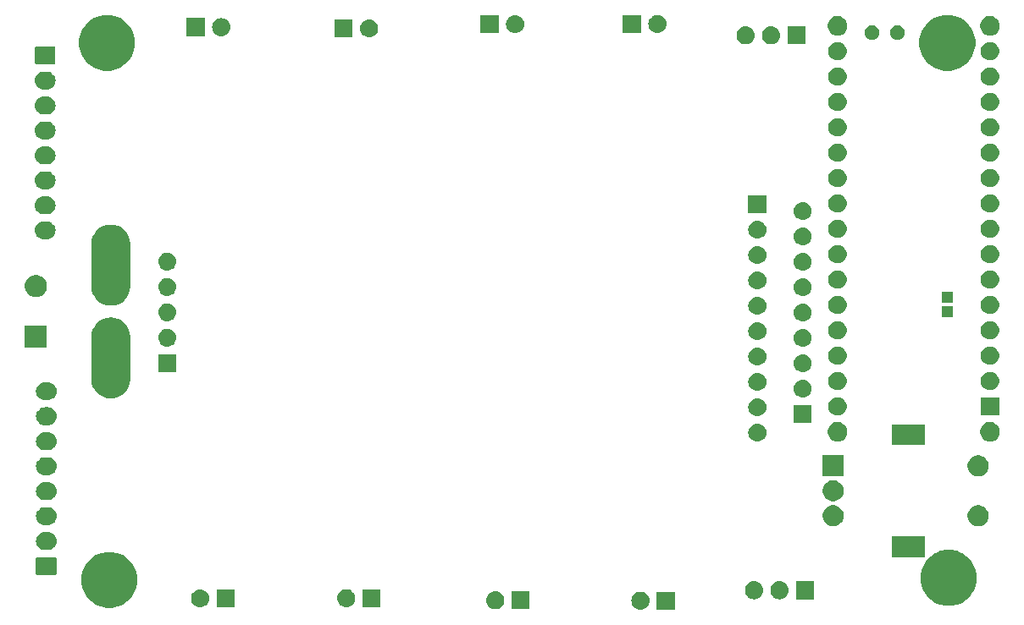
<source format=gbr>
%TF.GenerationSoftware,KiCad,Pcbnew,5.1.4*%
%TF.CreationDate,2019-11-11T17:30:35+01:00*%
%TF.ProjectId,charger2,63686172-6765-4723-922e-6b696361645f,rev?*%
%TF.SameCoordinates,Original*%
%TF.FileFunction,Soldermask,Bot*%
%TF.FilePolarity,Negative*%
%FSLAX46Y46*%
G04 Gerber Fmt 4.6, Leading zero omitted, Abs format (unit mm)*
G04 Created by KiCad (PCBNEW 5.1.4) date 2019-11-11 17:30:35*
%MOMM*%
%LPD*%
G04 APERTURE LIST*
%ADD10C,0.100000*%
G04 APERTURE END LIST*
D10*
G36*
X179112480Y-126029020D02*
G01*
X177310480Y-126029020D01*
X177310480Y-124227020D01*
X179112480Y-124227020D01*
X179112480Y-126029020D01*
X179112480Y-126029020D01*
G37*
G36*
X175781923Y-124233539D02*
G01*
X175848107Y-124240057D01*
X176017946Y-124291577D01*
X176174471Y-124375242D01*
X176210209Y-124404572D01*
X176311666Y-124487834D01*
X176394928Y-124589291D01*
X176424258Y-124625029D01*
X176507923Y-124781554D01*
X176559443Y-124951393D01*
X176576839Y-125128020D01*
X176559443Y-125304647D01*
X176530575Y-125399811D01*
X176507922Y-125474488D01*
X176483485Y-125520206D01*
X176424258Y-125631011D01*
X176409004Y-125649598D01*
X176311666Y-125768206D01*
X176210414Y-125851300D01*
X176174471Y-125880798D01*
X176017946Y-125964463D01*
X175848107Y-126015983D01*
X175781923Y-126022501D01*
X175715740Y-126029020D01*
X175627220Y-126029020D01*
X175561037Y-126022501D01*
X175494853Y-126015983D01*
X175325014Y-125964463D01*
X175168489Y-125880798D01*
X175132546Y-125851300D01*
X175031294Y-125768206D01*
X174933956Y-125649598D01*
X174918702Y-125631011D01*
X174859475Y-125520206D01*
X174835038Y-125474488D01*
X174812385Y-125399811D01*
X174783517Y-125304647D01*
X174766121Y-125128020D01*
X174783517Y-124951393D01*
X174835037Y-124781554D01*
X174918702Y-124625029D01*
X174948032Y-124589291D01*
X175031294Y-124487834D01*
X175132751Y-124404572D01*
X175168489Y-124375242D01*
X175325014Y-124291577D01*
X175494853Y-124240057D01*
X175561037Y-124233539D01*
X175627220Y-124227020D01*
X175715740Y-124227020D01*
X175781923Y-124233539D01*
X175781923Y-124233539D01*
G37*
G36*
X164609080Y-126003620D02*
G01*
X162807080Y-126003620D01*
X162807080Y-124201620D01*
X164609080Y-124201620D01*
X164609080Y-126003620D01*
X164609080Y-126003620D01*
G37*
G36*
X161278522Y-124208138D02*
G01*
X161344707Y-124214657D01*
X161514546Y-124266177D01*
X161671071Y-124349842D01*
X161702021Y-124375242D01*
X161808266Y-124462434D01*
X161880417Y-124550352D01*
X161920858Y-124599629D01*
X162004523Y-124756154D01*
X162056043Y-124925993D01*
X162073439Y-125102620D01*
X162056043Y-125279247D01*
X162004523Y-125449086D01*
X161920858Y-125605611D01*
X161898546Y-125632798D01*
X161808266Y-125742806D01*
X161741230Y-125797820D01*
X161671071Y-125855398D01*
X161514546Y-125939063D01*
X161344707Y-125990583D01*
X161278522Y-125997102D01*
X161212340Y-126003620D01*
X161123820Y-126003620D01*
X161057638Y-125997102D01*
X160991453Y-125990583D01*
X160821614Y-125939063D01*
X160665089Y-125855398D01*
X160594930Y-125797820D01*
X160527894Y-125742806D01*
X160437614Y-125632798D01*
X160415302Y-125605611D01*
X160331637Y-125449086D01*
X160280117Y-125279247D01*
X160262721Y-125102620D01*
X160280117Y-124925993D01*
X160331637Y-124756154D01*
X160415302Y-124599629D01*
X160455743Y-124550352D01*
X160527894Y-124462434D01*
X160634139Y-124375242D01*
X160665089Y-124349842D01*
X160821614Y-124266177D01*
X160991453Y-124214657D01*
X161057638Y-124208138D01*
X161123820Y-124201620D01*
X161212340Y-124201620D01*
X161278522Y-124208138D01*
X161278522Y-124208138D01*
G37*
G36*
X123397421Y-120356940D02*
G01*
X123907169Y-120568085D01*
X123907171Y-120568086D01*
X124365934Y-120874621D01*
X124756079Y-121264766D01*
X124928778Y-121523229D01*
X125062615Y-121723531D01*
X125273760Y-122233279D01*
X125381400Y-122774424D01*
X125381400Y-123326176D01*
X125273760Y-123867321D01*
X125062631Y-124377031D01*
X125062614Y-124377071D01*
X124756079Y-124835834D01*
X124365934Y-125225979D01*
X123907171Y-125532514D01*
X123907170Y-125532515D01*
X123907169Y-125532515D01*
X123397421Y-125743660D01*
X122856276Y-125851300D01*
X122304524Y-125851300D01*
X121763379Y-125743660D01*
X121253631Y-125532515D01*
X121253630Y-125532515D01*
X121253629Y-125532514D01*
X120794866Y-125225979D01*
X120404721Y-124835834D01*
X120098186Y-124377071D01*
X120098169Y-124377031D01*
X119887040Y-123867321D01*
X119779400Y-123326176D01*
X119779400Y-122774424D01*
X119887040Y-122233279D01*
X120098185Y-121723531D01*
X120232022Y-121523229D01*
X120404721Y-121264766D01*
X120794866Y-120874621D01*
X121253629Y-120568086D01*
X121253631Y-120568085D01*
X121763379Y-120356940D01*
X122304524Y-120249300D01*
X122856276Y-120249300D01*
X123397421Y-120356940D01*
X123397421Y-120356940D01*
G37*
G36*
X135101280Y-125797820D02*
G01*
X133299280Y-125797820D01*
X133299280Y-123995820D01*
X135101280Y-123995820D01*
X135101280Y-125797820D01*
X135101280Y-125797820D01*
G37*
G36*
X131770723Y-124002339D02*
G01*
X131836907Y-124008857D01*
X132006746Y-124060377D01*
X132163271Y-124144042D01*
X132199009Y-124173372D01*
X132300466Y-124256634D01*
X132376958Y-124349841D01*
X132413058Y-124393829D01*
X132496723Y-124550354D01*
X132548243Y-124720193D01*
X132565639Y-124896820D01*
X132548243Y-125073447D01*
X132496723Y-125243286D01*
X132413058Y-125399811D01*
X132383728Y-125435549D01*
X132300466Y-125537006D01*
X132216869Y-125605611D01*
X132163271Y-125649598D01*
X132006746Y-125733263D01*
X131836907Y-125784783D01*
X131770723Y-125791301D01*
X131704540Y-125797820D01*
X131616020Y-125797820D01*
X131549837Y-125791301D01*
X131483653Y-125784783D01*
X131313814Y-125733263D01*
X131157289Y-125649598D01*
X131103691Y-125605611D01*
X131020094Y-125537006D01*
X130936832Y-125435549D01*
X130907502Y-125399811D01*
X130823837Y-125243286D01*
X130772317Y-125073447D01*
X130754921Y-124896820D01*
X130772317Y-124720193D01*
X130823837Y-124550354D01*
X130907502Y-124393829D01*
X130943602Y-124349841D01*
X131020094Y-124256634D01*
X131121551Y-124173372D01*
X131157289Y-124144042D01*
X131313814Y-124060377D01*
X131483653Y-124008857D01*
X131549837Y-124002339D01*
X131616020Y-123995820D01*
X131704540Y-123995820D01*
X131770723Y-124002339D01*
X131770723Y-124002339D01*
G37*
G36*
X146382323Y-123985539D02*
G01*
X146448507Y-123992057D01*
X146618346Y-124043577D01*
X146774871Y-124127242D01*
X146810609Y-124156572D01*
X146912066Y-124239834D01*
X146995328Y-124341291D01*
X147024658Y-124377029D01*
X147024659Y-124377031D01*
X147083886Y-124487835D01*
X147108323Y-124533554D01*
X147159843Y-124703393D01*
X147177239Y-124880020D01*
X147159843Y-125056647D01*
X147108323Y-125226486D01*
X147024658Y-125383011D01*
X147010872Y-125399809D01*
X146912066Y-125520206D01*
X146810609Y-125603468D01*
X146774871Y-125632798D01*
X146618346Y-125716463D01*
X146448507Y-125767983D01*
X146382323Y-125774501D01*
X146316140Y-125781020D01*
X146227620Y-125781020D01*
X146161437Y-125774501D01*
X146095253Y-125767983D01*
X145925414Y-125716463D01*
X145768889Y-125632798D01*
X145733151Y-125603468D01*
X145631694Y-125520206D01*
X145532888Y-125399809D01*
X145519102Y-125383011D01*
X145435437Y-125226486D01*
X145383917Y-125056647D01*
X145366521Y-124880020D01*
X145383917Y-124703393D01*
X145435437Y-124533554D01*
X145459875Y-124487835D01*
X145519101Y-124377031D01*
X145519102Y-124377029D01*
X145548432Y-124341291D01*
X145631694Y-124239834D01*
X145733151Y-124156572D01*
X145768889Y-124127242D01*
X145925414Y-124043577D01*
X146095253Y-123992057D01*
X146161437Y-123985539D01*
X146227620Y-123979020D01*
X146316140Y-123979020D01*
X146382323Y-123985539D01*
X146382323Y-123985539D01*
G37*
G36*
X149712880Y-125781020D02*
G01*
X147910880Y-125781020D01*
X147910880Y-123979020D01*
X149712880Y-123979020D01*
X149712880Y-125781020D01*
X149712880Y-125781020D01*
G37*
G36*
X207297021Y-120156640D02*
G01*
X207780589Y-120356941D01*
X207806771Y-120367786D01*
X208265534Y-120674321D01*
X208655679Y-121064466D01*
X208962214Y-121523229D01*
X208962215Y-121523231D01*
X209173360Y-122032979D01*
X209281000Y-122574124D01*
X209281000Y-123125876D01*
X209173360Y-123667021D01*
X209010426Y-124060377D01*
X208962214Y-124176771D01*
X208655679Y-124635534D01*
X208265534Y-125025679D01*
X207806771Y-125332214D01*
X207806770Y-125332215D01*
X207806769Y-125332215D01*
X207297021Y-125543360D01*
X206755876Y-125651000D01*
X206204124Y-125651000D01*
X205662979Y-125543360D01*
X205153231Y-125332215D01*
X205153230Y-125332215D01*
X205153229Y-125332214D01*
X204694466Y-125025679D01*
X204304321Y-124635534D01*
X203997786Y-124176771D01*
X203949574Y-124060377D01*
X203786640Y-123667021D01*
X203679000Y-123125876D01*
X203679000Y-122574124D01*
X203786640Y-122032979D01*
X203997785Y-121523231D01*
X203997786Y-121523229D01*
X204304321Y-121064466D01*
X204694466Y-120674321D01*
X205153229Y-120367786D01*
X205179411Y-120356941D01*
X205662979Y-120156640D01*
X206204124Y-120049000D01*
X206755876Y-120049000D01*
X207297021Y-120156640D01*
X207297021Y-120156640D01*
G37*
G36*
X187143342Y-123197218D02*
G01*
X187209527Y-123203737D01*
X187379366Y-123255257D01*
X187535891Y-123338922D01*
X187571629Y-123368252D01*
X187673086Y-123451514D01*
X187756348Y-123552971D01*
X187785678Y-123588709D01*
X187869343Y-123745234D01*
X187920863Y-123915073D01*
X187938259Y-124091700D01*
X187920863Y-124268327D01*
X187869343Y-124438166D01*
X187785678Y-124594691D01*
X187760780Y-124625029D01*
X187673086Y-124731886D01*
X187612564Y-124781554D01*
X187535891Y-124844478D01*
X187379366Y-124928143D01*
X187209527Y-124979663D01*
X187143342Y-124986182D01*
X187077160Y-124992700D01*
X186988640Y-124992700D01*
X186922458Y-124986182D01*
X186856273Y-124979663D01*
X186686434Y-124928143D01*
X186529909Y-124844478D01*
X186453236Y-124781554D01*
X186392714Y-124731886D01*
X186305020Y-124625029D01*
X186280122Y-124594691D01*
X186196457Y-124438166D01*
X186144937Y-124268327D01*
X186127541Y-124091700D01*
X186144937Y-123915073D01*
X186196457Y-123745234D01*
X186280122Y-123588709D01*
X186309452Y-123552971D01*
X186392714Y-123451514D01*
X186494171Y-123368252D01*
X186529909Y-123338922D01*
X186686434Y-123255257D01*
X186856273Y-123203737D01*
X186922458Y-123197218D01*
X186988640Y-123190700D01*
X187077160Y-123190700D01*
X187143342Y-123197218D01*
X187143342Y-123197218D01*
G37*
G36*
X189683342Y-123197218D02*
G01*
X189749527Y-123203737D01*
X189919366Y-123255257D01*
X190075891Y-123338922D01*
X190111629Y-123368252D01*
X190213086Y-123451514D01*
X190296348Y-123552971D01*
X190325678Y-123588709D01*
X190409343Y-123745234D01*
X190460863Y-123915073D01*
X190478259Y-124091700D01*
X190460863Y-124268327D01*
X190409343Y-124438166D01*
X190325678Y-124594691D01*
X190300780Y-124625029D01*
X190213086Y-124731886D01*
X190152564Y-124781554D01*
X190075891Y-124844478D01*
X189919366Y-124928143D01*
X189749527Y-124979663D01*
X189683342Y-124986182D01*
X189617160Y-124992700D01*
X189528640Y-124992700D01*
X189462458Y-124986182D01*
X189396273Y-124979663D01*
X189226434Y-124928143D01*
X189069909Y-124844478D01*
X188993236Y-124781554D01*
X188932714Y-124731886D01*
X188845020Y-124625029D01*
X188820122Y-124594691D01*
X188736457Y-124438166D01*
X188684937Y-124268327D01*
X188667541Y-124091700D01*
X188684937Y-123915073D01*
X188736457Y-123745234D01*
X188820122Y-123588709D01*
X188849452Y-123552971D01*
X188932714Y-123451514D01*
X189034171Y-123368252D01*
X189069909Y-123338922D01*
X189226434Y-123255257D01*
X189396273Y-123203737D01*
X189462458Y-123197218D01*
X189528640Y-123190700D01*
X189617160Y-123190700D01*
X189683342Y-123197218D01*
X189683342Y-123197218D01*
G37*
G36*
X193013900Y-124992700D02*
G01*
X191211900Y-124992700D01*
X191211900Y-123190700D01*
X193013900Y-123190700D01*
X193013900Y-124992700D01*
X193013900Y-124992700D01*
G37*
G36*
X117164800Y-120768989D02*
G01*
X117197852Y-120779015D01*
X117228303Y-120795292D01*
X117254999Y-120817201D01*
X117276908Y-120843897D01*
X117293185Y-120874348D01*
X117303211Y-120907400D01*
X117307200Y-120947903D01*
X117307200Y-122384097D01*
X117303211Y-122424600D01*
X117293185Y-122457652D01*
X117276908Y-122488103D01*
X117254999Y-122514799D01*
X117228303Y-122536708D01*
X117197852Y-122552985D01*
X117164800Y-122563011D01*
X117124297Y-122567000D01*
X115438103Y-122567000D01*
X115397600Y-122563011D01*
X115364548Y-122552985D01*
X115334097Y-122536708D01*
X115307401Y-122514799D01*
X115285492Y-122488103D01*
X115269215Y-122457652D01*
X115259189Y-122424600D01*
X115255200Y-122384097D01*
X115255200Y-120947903D01*
X115259189Y-120907400D01*
X115269215Y-120874348D01*
X115285492Y-120843897D01*
X115307401Y-120817201D01*
X115334097Y-120795292D01*
X115364548Y-120779015D01*
X115397600Y-120768989D01*
X115438103Y-120765000D01*
X117124297Y-120765000D01*
X117164800Y-120768989D01*
X117164800Y-120768989D01*
G37*
G36*
X204089000Y-120773900D02*
G01*
X200787000Y-120773900D01*
X200787000Y-118671900D01*
X204089000Y-118671900D01*
X204089000Y-120773900D01*
X204089000Y-120773900D01*
G37*
G36*
X116516642Y-118271518D02*
G01*
X116582827Y-118278037D01*
X116752666Y-118329557D01*
X116909191Y-118413222D01*
X116944929Y-118442552D01*
X117046386Y-118525814D01*
X117129648Y-118627271D01*
X117158978Y-118663009D01*
X117242643Y-118819534D01*
X117294163Y-118989373D01*
X117311559Y-119166000D01*
X117294163Y-119342627D01*
X117242643Y-119512466D01*
X117158978Y-119668991D01*
X117129648Y-119704729D01*
X117046386Y-119806186D01*
X116944929Y-119889448D01*
X116909191Y-119918778D01*
X116752666Y-120002443D01*
X116582827Y-120053963D01*
X116516642Y-120060482D01*
X116450460Y-120067000D01*
X116111940Y-120067000D01*
X116045758Y-120060482D01*
X115979573Y-120053963D01*
X115809734Y-120002443D01*
X115653209Y-119918778D01*
X115617471Y-119889448D01*
X115516014Y-119806186D01*
X115432752Y-119704729D01*
X115403422Y-119668991D01*
X115319757Y-119512466D01*
X115268237Y-119342627D01*
X115250841Y-119166000D01*
X115268237Y-118989373D01*
X115319757Y-118819534D01*
X115403422Y-118663009D01*
X115432752Y-118627271D01*
X115516014Y-118525814D01*
X115617471Y-118442552D01*
X115653209Y-118413222D01*
X115809734Y-118329557D01*
X115979573Y-118278037D01*
X116045758Y-118271518D01*
X116111940Y-118265000D01*
X116450460Y-118265000D01*
X116516642Y-118271518D01*
X116516642Y-118271518D01*
G37*
G36*
X209744564Y-115612289D02*
G01*
X209935833Y-115691515D01*
X209935835Y-115691516D01*
X210107973Y-115806535D01*
X210254365Y-115952927D01*
X210303067Y-116025814D01*
X210369385Y-116125067D01*
X210448611Y-116316336D01*
X210489000Y-116519384D01*
X210489000Y-116726416D01*
X210448611Y-116929464D01*
X210369385Y-117120733D01*
X210369384Y-117120735D01*
X210254365Y-117292873D01*
X210107973Y-117439265D01*
X209935835Y-117554284D01*
X209935834Y-117554285D01*
X209935833Y-117554285D01*
X209744564Y-117633511D01*
X209541516Y-117673900D01*
X209334484Y-117673900D01*
X209131436Y-117633511D01*
X208940167Y-117554285D01*
X208940166Y-117554285D01*
X208940165Y-117554284D01*
X208768027Y-117439265D01*
X208621635Y-117292873D01*
X208506616Y-117120735D01*
X208506615Y-117120733D01*
X208427389Y-116929464D01*
X208387000Y-116726416D01*
X208387000Y-116519384D01*
X208427389Y-116316336D01*
X208506615Y-116125067D01*
X208572934Y-116025814D01*
X208621635Y-115952927D01*
X208768027Y-115806535D01*
X208940165Y-115691516D01*
X208940167Y-115691515D01*
X209131436Y-115612289D01*
X209334484Y-115571900D01*
X209541516Y-115571900D01*
X209744564Y-115612289D01*
X209744564Y-115612289D01*
G37*
G36*
X195244564Y-115612289D02*
G01*
X195435833Y-115691515D01*
X195435835Y-115691516D01*
X195607973Y-115806535D01*
X195754365Y-115952927D01*
X195803067Y-116025814D01*
X195869385Y-116125067D01*
X195948611Y-116316336D01*
X195989000Y-116519384D01*
X195989000Y-116726416D01*
X195948611Y-116929464D01*
X195869385Y-117120733D01*
X195869384Y-117120735D01*
X195754365Y-117292873D01*
X195607973Y-117439265D01*
X195435835Y-117554284D01*
X195435834Y-117554285D01*
X195435833Y-117554285D01*
X195244564Y-117633511D01*
X195041516Y-117673900D01*
X194834484Y-117673900D01*
X194631436Y-117633511D01*
X194440167Y-117554285D01*
X194440166Y-117554285D01*
X194440165Y-117554284D01*
X194268027Y-117439265D01*
X194121635Y-117292873D01*
X194006616Y-117120735D01*
X194006615Y-117120733D01*
X193927389Y-116929464D01*
X193887000Y-116726416D01*
X193887000Y-116519384D01*
X193927389Y-116316336D01*
X194006615Y-116125067D01*
X194072934Y-116025814D01*
X194121635Y-115952927D01*
X194268027Y-115806535D01*
X194440165Y-115691516D01*
X194440167Y-115691515D01*
X194631436Y-115612289D01*
X194834484Y-115571900D01*
X195041516Y-115571900D01*
X195244564Y-115612289D01*
X195244564Y-115612289D01*
G37*
G36*
X116516643Y-115771519D02*
G01*
X116582827Y-115778037D01*
X116752666Y-115829557D01*
X116909191Y-115913222D01*
X116944929Y-115942552D01*
X117046386Y-116025814D01*
X117127838Y-116125065D01*
X117158978Y-116163009D01*
X117242643Y-116319534D01*
X117294163Y-116489373D01*
X117311559Y-116666000D01*
X117294163Y-116842627D01*
X117242643Y-117012466D01*
X117158978Y-117168991D01*
X117129648Y-117204729D01*
X117046386Y-117306186D01*
X116944929Y-117389448D01*
X116909191Y-117418778D01*
X116752666Y-117502443D01*
X116582827Y-117553963D01*
X116516642Y-117560482D01*
X116450460Y-117567000D01*
X116111940Y-117567000D01*
X116045758Y-117560482D01*
X115979573Y-117553963D01*
X115809734Y-117502443D01*
X115653209Y-117418778D01*
X115617471Y-117389448D01*
X115516014Y-117306186D01*
X115432752Y-117204729D01*
X115403422Y-117168991D01*
X115319757Y-117012466D01*
X115268237Y-116842627D01*
X115250841Y-116666000D01*
X115268237Y-116489373D01*
X115319757Y-116319534D01*
X115403422Y-116163009D01*
X115434562Y-116125065D01*
X115516014Y-116025814D01*
X115617471Y-115942552D01*
X115653209Y-115913222D01*
X115809734Y-115829557D01*
X115979573Y-115778037D01*
X116045757Y-115771519D01*
X116111940Y-115765000D01*
X116450460Y-115765000D01*
X116516643Y-115771519D01*
X116516643Y-115771519D01*
G37*
G36*
X195244564Y-113112289D02*
G01*
X195435833Y-113191515D01*
X195435835Y-113191516D01*
X195607973Y-113306535D01*
X195754365Y-113452927D01*
X195803067Y-113525814D01*
X195869385Y-113625067D01*
X195948611Y-113816336D01*
X195989000Y-114019384D01*
X195989000Y-114226416D01*
X195948611Y-114429464D01*
X195869385Y-114620733D01*
X195869384Y-114620735D01*
X195754365Y-114792873D01*
X195607973Y-114939265D01*
X195435835Y-115054284D01*
X195435834Y-115054285D01*
X195435833Y-115054285D01*
X195244564Y-115133511D01*
X195041516Y-115173900D01*
X194834484Y-115173900D01*
X194631436Y-115133511D01*
X194440167Y-115054285D01*
X194440166Y-115054285D01*
X194440165Y-115054284D01*
X194268027Y-114939265D01*
X194121635Y-114792873D01*
X194006616Y-114620735D01*
X194006615Y-114620733D01*
X193927389Y-114429464D01*
X193887000Y-114226416D01*
X193887000Y-114019384D01*
X193927389Y-113816336D01*
X194006615Y-113625067D01*
X194072934Y-113525814D01*
X194121635Y-113452927D01*
X194268027Y-113306535D01*
X194440165Y-113191516D01*
X194440167Y-113191515D01*
X194631436Y-113112289D01*
X194834484Y-113071900D01*
X195041516Y-113071900D01*
X195244564Y-113112289D01*
X195244564Y-113112289D01*
G37*
G36*
X116516642Y-113271518D02*
G01*
X116582827Y-113278037D01*
X116752666Y-113329557D01*
X116909191Y-113413222D01*
X116944929Y-113442552D01*
X117046386Y-113525814D01*
X117127838Y-113625065D01*
X117158978Y-113663009D01*
X117242643Y-113819534D01*
X117294163Y-113989373D01*
X117311559Y-114166000D01*
X117294163Y-114342627D01*
X117242643Y-114512466D01*
X117158978Y-114668991D01*
X117129648Y-114704729D01*
X117046386Y-114806186D01*
X116944929Y-114889448D01*
X116909191Y-114918778D01*
X116752666Y-115002443D01*
X116582827Y-115053963D01*
X116516642Y-115060482D01*
X116450460Y-115067000D01*
X116111940Y-115067000D01*
X116045758Y-115060482D01*
X115979573Y-115053963D01*
X115809734Y-115002443D01*
X115653209Y-114918778D01*
X115617471Y-114889448D01*
X115516014Y-114806186D01*
X115432752Y-114704729D01*
X115403422Y-114668991D01*
X115319757Y-114512466D01*
X115268237Y-114342627D01*
X115250841Y-114166000D01*
X115268237Y-113989373D01*
X115319757Y-113819534D01*
X115403422Y-113663009D01*
X115434562Y-113625065D01*
X115516014Y-113525814D01*
X115617471Y-113442552D01*
X115653209Y-113413222D01*
X115809734Y-113329557D01*
X115979573Y-113278037D01*
X116045758Y-113271518D01*
X116111940Y-113265000D01*
X116450460Y-113265000D01*
X116516642Y-113271518D01*
X116516642Y-113271518D01*
G37*
G36*
X209744564Y-110612289D02*
G01*
X209935833Y-110691515D01*
X209935835Y-110691516D01*
X210107973Y-110806535D01*
X210254365Y-110952927D01*
X210303067Y-111025814D01*
X210369385Y-111125067D01*
X210448611Y-111316336D01*
X210489000Y-111519384D01*
X210489000Y-111726416D01*
X210448611Y-111929464D01*
X210369385Y-112120733D01*
X210369384Y-112120735D01*
X210254365Y-112292873D01*
X210107973Y-112439265D01*
X209935835Y-112554284D01*
X209935834Y-112554285D01*
X209935833Y-112554285D01*
X209744564Y-112633511D01*
X209541516Y-112673900D01*
X209334484Y-112673900D01*
X209131436Y-112633511D01*
X208940167Y-112554285D01*
X208940166Y-112554285D01*
X208940165Y-112554284D01*
X208768027Y-112439265D01*
X208621635Y-112292873D01*
X208506616Y-112120735D01*
X208506615Y-112120733D01*
X208427389Y-111929464D01*
X208387000Y-111726416D01*
X208387000Y-111519384D01*
X208427389Y-111316336D01*
X208506615Y-111125067D01*
X208572934Y-111025814D01*
X208621635Y-110952927D01*
X208768027Y-110806535D01*
X208940165Y-110691516D01*
X208940167Y-110691515D01*
X209131436Y-110612289D01*
X209334484Y-110571900D01*
X209541516Y-110571900D01*
X209744564Y-110612289D01*
X209744564Y-110612289D01*
G37*
G36*
X195989000Y-112673900D02*
G01*
X193887000Y-112673900D01*
X193887000Y-110571900D01*
X195989000Y-110571900D01*
X195989000Y-112673900D01*
X195989000Y-112673900D01*
G37*
G36*
X116516642Y-110771518D02*
G01*
X116582827Y-110778037D01*
X116752666Y-110829557D01*
X116909191Y-110913222D01*
X116944929Y-110942552D01*
X117046386Y-111025814D01*
X117127838Y-111125065D01*
X117158978Y-111163009D01*
X117242643Y-111319534D01*
X117294163Y-111489373D01*
X117311559Y-111666000D01*
X117294163Y-111842627D01*
X117242643Y-112012466D01*
X117158978Y-112168991D01*
X117129648Y-112204729D01*
X117046386Y-112306186D01*
X116944929Y-112389448D01*
X116909191Y-112418778D01*
X116752666Y-112502443D01*
X116582827Y-112553963D01*
X116516642Y-112560482D01*
X116450460Y-112567000D01*
X116111940Y-112567000D01*
X116045758Y-112560482D01*
X115979573Y-112553963D01*
X115809734Y-112502443D01*
X115653209Y-112418778D01*
X115617471Y-112389448D01*
X115516014Y-112306186D01*
X115432752Y-112204729D01*
X115403422Y-112168991D01*
X115319757Y-112012466D01*
X115268237Y-111842627D01*
X115250841Y-111666000D01*
X115268237Y-111489373D01*
X115319757Y-111319534D01*
X115403422Y-111163009D01*
X115434562Y-111125065D01*
X115516014Y-111025814D01*
X115617471Y-110942552D01*
X115653209Y-110913222D01*
X115809734Y-110829557D01*
X115979573Y-110778037D01*
X116045758Y-110771518D01*
X116111940Y-110765000D01*
X116450460Y-110765000D01*
X116516642Y-110771518D01*
X116516642Y-110771518D01*
G37*
G36*
X116516643Y-108271519D02*
G01*
X116582827Y-108278037D01*
X116752666Y-108329557D01*
X116909191Y-108413222D01*
X116944929Y-108442552D01*
X117046386Y-108525814D01*
X117129648Y-108627271D01*
X117158978Y-108663009D01*
X117242643Y-108819534D01*
X117294163Y-108989373D01*
X117311559Y-109166000D01*
X117294163Y-109342627D01*
X117242643Y-109512466D01*
X117158978Y-109668991D01*
X117129648Y-109704729D01*
X117046386Y-109806186D01*
X116944929Y-109889448D01*
X116909191Y-109918778D01*
X116752666Y-110002443D01*
X116582827Y-110053963D01*
X116516643Y-110060481D01*
X116450460Y-110067000D01*
X116111940Y-110067000D01*
X116045757Y-110060481D01*
X115979573Y-110053963D01*
X115809734Y-110002443D01*
X115653209Y-109918778D01*
X115617471Y-109889448D01*
X115516014Y-109806186D01*
X115432752Y-109704729D01*
X115403422Y-109668991D01*
X115319757Y-109512466D01*
X115268237Y-109342627D01*
X115250841Y-109166000D01*
X115268237Y-108989373D01*
X115319757Y-108819534D01*
X115403422Y-108663009D01*
X115432752Y-108627271D01*
X115516014Y-108525814D01*
X115617471Y-108442552D01*
X115653209Y-108413222D01*
X115809734Y-108329557D01*
X115979573Y-108278037D01*
X116045757Y-108271519D01*
X116111940Y-108265000D01*
X116450460Y-108265000D01*
X116516643Y-108271519D01*
X116516643Y-108271519D01*
G37*
G36*
X204089000Y-109573900D02*
G01*
X200787000Y-109573900D01*
X200787000Y-107471900D01*
X204089000Y-107471900D01*
X204089000Y-109573900D01*
X204089000Y-109573900D01*
G37*
G36*
X187473543Y-107411119D02*
G01*
X187539727Y-107417637D01*
X187709566Y-107469157D01*
X187866091Y-107552822D01*
X187901829Y-107582152D01*
X188003286Y-107665414D01*
X188086548Y-107766871D01*
X188115878Y-107802609D01*
X188199543Y-107959134D01*
X188251063Y-108128973D01*
X188268459Y-108305600D01*
X188251063Y-108482227D01*
X188199543Y-108652066D01*
X188115878Y-108808591D01*
X188106897Y-108819534D01*
X188003286Y-108945786D01*
X187901829Y-109029048D01*
X187866091Y-109058378D01*
X187709566Y-109142043D01*
X187539727Y-109193563D01*
X187473543Y-109200081D01*
X187407360Y-109206600D01*
X187318840Y-109206600D01*
X187252657Y-109200081D01*
X187186473Y-109193563D01*
X187016634Y-109142043D01*
X186860109Y-109058378D01*
X186824371Y-109029048D01*
X186722914Y-108945786D01*
X186619303Y-108819534D01*
X186610322Y-108808591D01*
X186526657Y-108652066D01*
X186475137Y-108482227D01*
X186457741Y-108305600D01*
X186475137Y-108128973D01*
X186526657Y-107959134D01*
X186610322Y-107802609D01*
X186639652Y-107766871D01*
X186722914Y-107665414D01*
X186824371Y-107582152D01*
X186860109Y-107552822D01*
X187016634Y-107469157D01*
X187186473Y-107417637D01*
X187252657Y-107411119D01*
X187318840Y-107404600D01*
X187407360Y-107404600D01*
X187473543Y-107411119D01*
X187473543Y-107411119D01*
G37*
G36*
X210901487Y-107290907D02*
G01*
X210901490Y-107290908D01*
X210901489Y-107290908D01*
X211079109Y-107364480D01*
X211079110Y-107364481D01*
X211238961Y-107471289D01*
X211374911Y-107607239D01*
X211463958Y-107740509D01*
X211481720Y-107767091D01*
X211538625Y-107904473D01*
X211555293Y-107944713D01*
X211592800Y-108133271D01*
X211592800Y-108325529D01*
X211555293Y-108514087D01*
X211550435Y-108525815D01*
X211481720Y-108691709D01*
X211481719Y-108691710D01*
X211374911Y-108851561D01*
X211238961Y-108987511D01*
X211105691Y-109076558D01*
X211079109Y-109094320D01*
X210941727Y-109151225D01*
X210901487Y-109167893D01*
X210712929Y-109205400D01*
X210520671Y-109205400D01*
X210332113Y-109167893D01*
X210291873Y-109151225D01*
X210154491Y-109094320D01*
X210127909Y-109076558D01*
X209994639Y-108987511D01*
X209858689Y-108851561D01*
X209751881Y-108691710D01*
X209751880Y-108691709D01*
X209683165Y-108525815D01*
X209678307Y-108514087D01*
X209640800Y-108325529D01*
X209640800Y-108133271D01*
X209678307Y-107944713D01*
X209694975Y-107904473D01*
X209751880Y-107767091D01*
X209769642Y-107740509D01*
X209858689Y-107607239D01*
X209994639Y-107471289D01*
X210154490Y-107364481D01*
X210154491Y-107364480D01*
X210332111Y-107290908D01*
X210332110Y-107290908D01*
X210332113Y-107290907D01*
X210520671Y-107253400D01*
X210712929Y-107253400D01*
X210901487Y-107290907D01*
X210901487Y-107290907D01*
G37*
G36*
X195661487Y-107290907D02*
G01*
X195661490Y-107290908D01*
X195661489Y-107290908D01*
X195839109Y-107364480D01*
X195839110Y-107364481D01*
X195998961Y-107471289D01*
X196134911Y-107607239D01*
X196223958Y-107740509D01*
X196241720Y-107767091D01*
X196298625Y-107904473D01*
X196315293Y-107944713D01*
X196352800Y-108133271D01*
X196352800Y-108325529D01*
X196315293Y-108514087D01*
X196310435Y-108525815D01*
X196241720Y-108691709D01*
X196241719Y-108691710D01*
X196134911Y-108851561D01*
X195998961Y-108987511D01*
X195865691Y-109076558D01*
X195839109Y-109094320D01*
X195701727Y-109151225D01*
X195661487Y-109167893D01*
X195472929Y-109205400D01*
X195280671Y-109205400D01*
X195092113Y-109167893D01*
X195051873Y-109151225D01*
X194914491Y-109094320D01*
X194887909Y-109076558D01*
X194754639Y-108987511D01*
X194618689Y-108851561D01*
X194511881Y-108691710D01*
X194511880Y-108691709D01*
X194443165Y-108525815D01*
X194438307Y-108514087D01*
X194400800Y-108325529D01*
X194400800Y-108133271D01*
X194438307Y-107944713D01*
X194454975Y-107904473D01*
X194511880Y-107767091D01*
X194529642Y-107740509D01*
X194618689Y-107607239D01*
X194754639Y-107471289D01*
X194914490Y-107364481D01*
X194914491Y-107364480D01*
X195092111Y-107290908D01*
X195092110Y-107290908D01*
X195092113Y-107290907D01*
X195280671Y-107253400D01*
X195472929Y-107253400D01*
X195661487Y-107290907D01*
X195661487Y-107290907D01*
G37*
G36*
X116516642Y-105771518D02*
G01*
X116582827Y-105778037D01*
X116752666Y-105829557D01*
X116909191Y-105913222D01*
X116944531Y-105942225D01*
X117046386Y-106025814D01*
X117129648Y-106127271D01*
X117158978Y-106163009D01*
X117242643Y-106319534D01*
X117294163Y-106489373D01*
X117311559Y-106666000D01*
X117294163Y-106842627D01*
X117242643Y-107012466D01*
X117158978Y-107168991D01*
X117129648Y-107204729D01*
X117046386Y-107306186D01*
X116975352Y-107364481D01*
X116909191Y-107418778D01*
X116909189Y-107418779D01*
X116809808Y-107471900D01*
X116752666Y-107502443D01*
X116582827Y-107553963D01*
X116516642Y-107560482D01*
X116450460Y-107567000D01*
X116111940Y-107567000D01*
X116045758Y-107560482D01*
X115979573Y-107553963D01*
X115809734Y-107502443D01*
X115752593Y-107471900D01*
X115653211Y-107418779D01*
X115653209Y-107418778D01*
X115587048Y-107364481D01*
X115516014Y-107306186D01*
X115432752Y-107204729D01*
X115403422Y-107168991D01*
X115319757Y-107012466D01*
X115268237Y-106842627D01*
X115250841Y-106666000D01*
X115268237Y-106489373D01*
X115319757Y-106319534D01*
X115403422Y-106163009D01*
X115432752Y-106127271D01*
X115516014Y-106025814D01*
X115617869Y-105942225D01*
X115653209Y-105913222D01*
X115809734Y-105829557D01*
X115979573Y-105778037D01*
X116045758Y-105771518D01*
X116111940Y-105765000D01*
X116450460Y-105765000D01*
X116516642Y-105771518D01*
X116516642Y-105771518D01*
G37*
G36*
X192794600Y-107354400D02*
G01*
X190992600Y-107354400D01*
X190992600Y-105552400D01*
X192794600Y-105552400D01*
X192794600Y-107354400D01*
X192794600Y-107354400D01*
G37*
G36*
X187473543Y-104871119D02*
G01*
X187539727Y-104877637D01*
X187709566Y-104929157D01*
X187866091Y-105012822D01*
X187901829Y-105042152D01*
X188003286Y-105125414D01*
X188086548Y-105226871D01*
X188115878Y-105262609D01*
X188199543Y-105419134D01*
X188251063Y-105588973D01*
X188268459Y-105765600D01*
X188251063Y-105942227D01*
X188199543Y-106112066D01*
X188115878Y-106268591D01*
X188112733Y-106272423D01*
X188003286Y-106405786D01*
X187901829Y-106489048D01*
X187866091Y-106518378D01*
X187709566Y-106602043D01*
X187539727Y-106653563D01*
X187473542Y-106660082D01*
X187407360Y-106666600D01*
X187318840Y-106666600D01*
X187252658Y-106660082D01*
X187186473Y-106653563D01*
X187016634Y-106602043D01*
X186860109Y-106518378D01*
X186824371Y-106489048D01*
X186722914Y-106405786D01*
X186613467Y-106272423D01*
X186610322Y-106268591D01*
X186526657Y-106112066D01*
X186475137Y-105942227D01*
X186457741Y-105765600D01*
X186475137Y-105588973D01*
X186526657Y-105419134D01*
X186610322Y-105262609D01*
X186639652Y-105226871D01*
X186722914Y-105125414D01*
X186824371Y-105042152D01*
X186860109Y-105012822D01*
X187016634Y-104929157D01*
X187186473Y-104877637D01*
X187252658Y-104871118D01*
X187318840Y-104864600D01*
X187407360Y-104864600D01*
X187473543Y-104871119D01*
X187473543Y-104871119D01*
G37*
G36*
X195643578Y-104809947D02*
G01*
X195810024Y-104878891D01*
X195959822Y-104978983D01*
X196087217Y-105106378D01*
X196187309Y-105256176D01*
X196256253Y-105422622D01*
X196291400Y-105599318D01*
X196291400Y-105779482D01*
X196256253Y-105956178D01*
X196187309Y-106122624D01*
X196087217Y-106272422D01*
X195959822Y-106399817D01*
X195810024Y-106499909D01*
X195643578Y-106568853D01*
X195466882Y-106604000D01*
X195286718Y-106604000D01*
X195110022Y-106568853D01*
X194943576Y-106499909D01*
X194793778Y-106399817D01*
X194666383Y-106272422D01*
X194566291Y-106122624D01*
X194497347Y-105956178D01*
X194462200Y-105779482D01*
X194462200Y-105599318D01*
X194497347Y-105422622D01*
X194566291Y-105256176D01*
X194666383Y-105106378D01*
X194793778Y-104978983D01*
X194943576Y-104878891D01*
X195110022Y-104809947D01*
X195286718Y-104774800D01*
X195466882Y-104774800D01*
X195643578Y-104809947D01*
X195643578Y-104809947D01*
G37*
G36*
X211531400Y-106604000D02*
G01*
X209702200Y-106604000D01*
X209702200Y-104774800D01*
X211531400Y-104774800D01*
X211531400Y-106604000D01*
X211531400Y-106604000D01*
G37*
G36*
X116516642Y-103271518D02*
G01*
X116582827Y-103278037D01*
X116752666Y-103329557D01*
X116909191Y-103413222D01*
X116944929Y-103442552D01*
X117046386Y-103525814D01*
X117129648Y-103627271D01*
X117158978Y-103663009D01*
X117242643Y-103819534D01*
X117294163Y-103989373D01*
X117311559Y-104166000D01*
X117294163Y-104342627D01*
X117242643Y-104512466D01*
X117158978Y-104668991D01*
X117129648Y-104704729D01*
X117046386Y-104806186D01*
X116975486Y-104864371D01*
X116909191Y-104918778D01*
X116752666Y-105002443D01*
X116582827Y-105053963D01*
X116516642Y-105060482D01*
X116450460Y-105067000D01*
X116111940Y-105067000D01*
X116045758Y-105060482D01*
X115979573Y-105053963D01*
X115809734Y-105002443D01*
X115653209Y-104918778D01*
X115586914Y-104864371D01*
X115516014Y-104806186D01*
X115432752Y-104704729D01*
X115403422Y-104668991D01*
X115319757Y-104512466D01*
X115268237Y-104342627D01*
X115250841Y-104166000D01*
X115268237Y-103989373D01*
X115319757Y-103819534D01*
X115403422Y-103663009D01*
X115432752Y-103627271D01*
X115516014Y-103525814D01*
X115617471Y-103442552D01*
X115653209Y-103413222D01*
X115809734Y-103329557D01*
X115979573Y-103278037D01*
X116045758Y-103271518D01*
X116111940Y-103265000D01*
X116450460Y-103265000D01*
X116516642Y-103271518D01*
X116516642Y-103271518D01*
G37*
G36*
X123115263Y-96818829D02*
G01*
X123483028Y-96930390D01*
X123821962Y-97111554D01*
X124119040Y-97355360D01*
X124362846Y-97652438D01*
X124544010Y-97991372D01*
X124655571Y-98359137D01*
X124683800Y-98645753D01*
X124683800Y-103037447D01*
X124655571Y-103324063D01*
X124544010Y-103691828D01*
X124362846Y-104030762D01*
X124119040Y-104327840D01*
X123821962Y-104571646D01*
X123483027Y-104752810D01*
X123115262Y-104864371D01*
X122732800Y-104902040D01*
X122350337Y-104864371D01*
X121982572Y-104752810D01*
X121643638Y-104571646D01*
X121346560Y-104327840D01*
X121102754Y-104030762D01*
X120921590Y-103691827D01*
X120810029Y-103324062D01*
X120781800Y-103037446D01*
X120781801Y-98645753D01*
X120810030Y-98359137D01*
X120921591Y-97991372D01*
X121102755Y-97652438D01*
X121346561Y-97355360D01*
X121643639Y-97111554D01*
X121982573Y-96930390D01*
X122350338Y-96818829D01*
X122732800Y-96781160D01*
X123115263Y-96818829D01*
X123115263Y-96818829D01*
G37*
G36*
X192004043Y-103018919D02*
G01*
X192070227Y-103025437D01*
X192240066Y-103076957D01*
X192396591Y-103160622D01*
X192432329Y-103189952D01*
X192533786Y-103273214D01*
X192617048Y-103374671D01*
X192646378Y-103410409D01*
X192730043Y-103566934D01*
X192781563Y-103736773D01*
X192798959Y-103913400D01*
X192781563Y-104090027D01*
X192730043Y-104259866D01*
X192646378Y-104416391D01*
X192617048Y-104452129D01*
X192533786Y-104553586D01*
X192432329Y-104636848D01*
X192396591Y-104666178D01*
X192240066Y-104749843D01*
X192070227Y-104801363D01*
X192021257Y-104806186D01*
X191937860Y-104814400D01*
X191849340Y-104814400D01*
X191765943Y-104806186D01*
X191716973Y-104801363D01*
X191547134Y-104749843D01*
X191390609Y-104666178D01*
X191354871Y-104636848D01*
X191253414Y-104553586D01*
X191170152Y-104452129D01*
X191140822Y-104416391D01*
X191057157Y-104259866D01*
X191005637Y-104090027D01*
X190988241Y-103913400D01*
X191005637Y-103736773D01*
X191057157Y-103566934D01*
X191140822Y-103410409D01*
X191170152Y-103374671D01*
X191253414Y-103273214D01*
X191354871Y-103189952D01*
X191390609Y-103160622D01*
X191547134Y-103076957D01*
X191716973Y-103025437D01*
X191783157Y-103018919D01*
X191849340Y-103012400D01*
X191937860Y-103012400D01*
X192004043Y-103018919D01*
X192004043Y-103018919D01*
G37*
G36*
X187473543Y-102331119D02*
G01*
X187539727Y-102337637D01*
X187709566Y-102389157D01*
X187866091Y-102472822D01*
X187901829Y-102502152D01*
X188003286Y-102585414D01*
X188086548Y-102686871D01*
X188115878Y-102722609D01*
X188199543Y-102879134D01*
X188251063Y-103048973D01*
X188268459Y-103225600D01*
X188251063Y-103402227D01*
X188199543Y-103572066D01*
X188115878Y-103728591D01*
X188086548Y-103764329D01*
X188003286Y-103865786D01*
X187901829Y-103949048D01*
X187866091Y-103978378D01*
X187709566Y-104062043D01*
X187539727Y-104113563D01*
X187473542Y-104120082D01*
X187407360Y-104126600D01*
X187318840Y-104126600D01*
X187252657Y-104120081D01*
X187186473Y-104113563D01*
X187016634Y-104062043D01*
X186860109Y-103978378D01*
X186824371Y-103949048D01*
X186722914Y-103865786D01*
X186639652Y-103764329D01*
X186610322Y-103728591D01*
X186526657Y-103572066D01*
X186475137Y-103402227D01*
X186457741Y-103225600D01*
X186475137Y-103048973D01*
X186526657Y-102879134D01*
X186610322Y-102722609D01*
X186639652Y-102686871D01*
X186722914Y-102585414D01*
X186824371Y-102502152D01*
X186860109Y-102472822D01*
X187016634Y-102389157D01*
X187186473Y-102337637D01*
X187252657Y-102331119D01*
X187318840Y-102324600D01*
X187407360Y-102324600D01*
X187473543Y-102331119D01*
X187473543Y-102331119D01*
G37*
G36*
X195643578Y-102269947D02*
G01*
X195810024Y-102338891D01*
X195959822Y-102438983D01*
X196087217Y-102566378D01*
X196187309Y-102716176D01*
X196256253Y-102882622D01*
X196291400Y-103059318D01*
X196291400Y-103239482D01*
X196256253Y-103416178D01*
X196187309Y-103582624D01*
X196087217Y-103732422D01*
X195959822Y-103859817D01*
X195810024Y-103959909D01*
X195643578Y-104028853D01*
X195466882Y-104064000D01*
X195286718Y-104064000D01*
X195110022Y-104028853D01*
X194943576Y-103959909D01*
X194793778Y-103859817D01*
X194666383Y-103732422D01*
X194566291Y-103582624D01*
X194497347Y-103416178D01*
X194462200Y-103239482D01*
X194462200Y-103059318D01*
X194497347Y-102882622D01*
X194566291Y-102716176D01*
X194666383Y-102566378D01*
X194793778Y-102438983D01*
X194943576Y-102338891D01*
X195110022Y-102269947D01*
X195286718Y-102234800D01*
X195466882Y-102234800D01*
X195643578Y-102269947D01*
X195643578Y-102269947D01*
G37*
G36*
X210883578Y-102269947D02*
G01*
X211050024Y-102338891D01*
X211199822Y-102438983D01*
X211327217Y-102566378D01*
X211427309Y-102716176D01*
X211496253Y-102882622D01*
X211531400Y-103059318D01*
X211531400Y-103239482D01*
X211496253Y-103416178D01*
X211427309Y-103582624D01*
X211327217Y-103732422D01*
X211199822Y-103859817D01*
X211050024Y-103959909D01*
X210883578Y-104028853D01*
X210706882Y-104064000D01*
X210526718Y-104064000D01*
X210350022Y-104028853D01*
X210183576Y-103959909D01*
X210033778Y-103859817D01*
X209906383Y-103732422D01*
X209806291Y-103582624D01*
X209737347Y-103416178D01*
X209702200Y-103239482D01*
X209702200Y-103059318D01*
X209737347Y-102882622D01*
X209806291Y-102716176D01*
X209906383Y-102566378D01*
X210033778Y-102438983D01*
X210183576Y-102338891D01*
X210350022Y-102269947D01*
X210526718Y-102234800D01*
X210706882Y-102234800D01*
X210883578Y-102269947D01*
X210883578Y-102269947D01*
G37*
G36*
X192004043Y-100478919D02*
G01*
X192070227Y-100485437D01*
X192240066Y-100536957D01*
X192396591Y-100620622D01*
X192432329Y-100649952D01*
X192533786Y-100733214D01*
X192617048Y-100834671D01*
X192646378Y-100870409D01*
X192730043Y-101026934D01*
X192781563Y-101196773D01*
X192798959Y-101373400D01*
X192781563Y-101550027D01*
X192730043Y-101719866D01*
X192646378Y-101876391D01*
X192617048Y-101912129D01*
X192533786Y-102013586D01*
X192432329Y-102096848D01*
X192396591Y-102126178D01*
X192240066Y-102209843D01*
X192070227Y-102261363D01*
X192004043Y-102267881D01*
X191937860Y-102274400D01*
X191849340Y-102274400D01*
X191783158Y-102267882D01*
X191716973Y-102261363D01*
X191547134Y-102209843D01*
X191390609Y-102126178D01*
X191354871Y-102096848D01*
X191253414Y-102013586D01*
X191170152Y-101912129D01*
X191140822Y-101876391D01*
X191057157Y-101719866D01*
X191005637Y-101550027D01*
X190988241Y-101373400D01*
X191005637Y-101196773D01*
X191057157Y-101026934D01*
X191140822Y-100870409D01*
X191170152Y-100834671D01*
X191253414Y-100733214D01*
X191354871Y-100649952D01*
X191390609Y-100620622D01*
X191547134Y-100536957D01*
X191716973Y-100485437D01*
X191783158Y-100478918D01*
X191849340Y-100472400D01*
X191937860Y-100472400D01*
X192004043Y-100478919D01*
X192004043Y-100478919D01*
G37*
G36*
X129276600Y-102238400D02*
G01*
X127474600Y-102238400D01*
X127474600Y-100436400D01*
X129276600Y-100436400D01*
X129276600Y-102238400D01*
X129276600Y-102238400D01*
G37*
G36*
X187473542Y-99791118D02*
G01*
X187539727Y-99797637D01*
X187709566Y-99849157D01*
X187866091Y-99932822D01*
X187901829Y-99962152D01*
X188003286Y-100045414D01*
X188086548Y-100146871D01*
X188115878Y-100182609D01*
X188199543Y-100339134D01*
X188251063Y-100508973D01*
X188268459Y-100685600D01*
X188251063Y-100862227D01*
X188199543Y-101032066D01*
X188115878Y-101188591D01*
X188086548Y-101224329D01*
X188003286Y-101325786D01*
X187901829Y-101409048D01*
X187866091Y-101438378D01*
X187709566Y-101522043D01*
X187539727Y-101573563D01*
X187473542Y-101580082D01*
X187407360Y-101586600D01*
X187318840Y-101586600D01*
X187252658Y-101580082D01*
X187186473Y-101573563D01*
X187016634Y-101522043D01*
X186860109Y-101438378D01*
X186824371Y-101409048D01*
X186722914Y-101325786D01*
X186639652Y-101224329D01*
X186610322Y-101188591D01*
X186526657Y-101032066D01*
X186475137Y-100862227D01*
X186457741Y-100685600D01*
X186475137Y-100508973D01*
X186526657Y-100339134D01*
X186610322Y-100182609D01*
X186639652Y-100146871D01*
X186722914Y-100045414D01*
X186824371Y-99962152D01*
X186860109Y-99932822D01*
X187016634Y-99849157D01*
X187186473Y-99797637D01*
X187252657Y-99791119D01*
X187318840Y-99784600D01*
X187407360Y-99784600D01*
X187473542Y-99791118D01*
X187473542Y-99791118D01*
G37*
G36*
X195643578Y-99729947D02*
G01*
X195810024Y-99798891D01*
X195959822Y-99898983D01*
X196087217Y-100026378D01*
X196187309Y-100176176D01*
X196256253Y-100342622D01*
X196291400Y-100519318D01*
X196291400Y-100699482D01*
X196256253Y-100876178D01*
X196187309Y-101042624D01*
X196087217Y-101192422D01*
X195959822Y-101319817D01*
X195810024Y-101419909D01*
X195643578Y-101488853D01*
X195466882Y-101524000D01*
X195286718Y-101524000D01*
X195110022Y-101488853D01*
X194943576Y-101419909D01*
X194793778Y-101319817D01*
X194666383Y-101192422D01*
X194566291Y-101042624D01*
X194497347Y-100876178D01*
X194462200Y-100699482D01*
X194462200Y-100519318D01*
X194497347Y-100342622D01*
X194566291Y-100176176D01*
X194666383Y-100026378D01*
X194793778Y-99898983D01*
X194943576Y-99798891D01*
X195110022Y-99729947D01*
X195286718Y-99694800D01*
X195466882Y-99694800D01*
X195643578Y-99729947D01*
X195643578Y-99729947D01*
G37*
G36*
X210883578Y-99729947D02*
G01*
X211050024Y-99798891D01*
X211199822Y-99898983D01*
X211327217Y-100026378D01*
X211427309Y-100176176D01*
X211496253Y-100342622D01*
X211531400Y-100519318D01*
X211531400Y-100699482D01*
X211496253Y-100876178D01*
X211427309Y-101042624D01*
X211327217Y-101192422D01*
X211199822Y-101319817D01*
X211050024Y-101419909D01*
X210883578Y-101488853D01*
X210706882Y-101524000D01*
X210526718Y-101524000D01*
X210350022Y-101488853D01*
X210183576Y-101419909D01*
X210033778Y-101319817D01*
X209906383Y-101192422D01*
X209806291Y-101042624D01*
X209737347Y-100876178D01*
X209702200Y-100699482D01*
X209702200Y-100519318D01*
X209737347Y-100342622D01*
X209806291Y-100176176D01*
X209906383Y-100026378D01*
X210033778Y-99898983D01*
X210183576Y-99798891D01*
X210350022Y-99729947D01*
X210526718Y-99694800D01*
X210706882Y-99694800D01*
X210883578Y-99729947D01*
X210883578Y-99729947D01*
G37*
G36*
X116353500Y-99805400D02*
G01*
X114151500Y-99805400D01*
X114151500Y-97603400D01*
X116353500Y-97603400D01*
X116353500Y-99805400D01*
X116353500Y-99805400D01*
G37*
G36*
X192004042Y-97938918D02*
G01*
X192070227Y-97945437D01*
X192240066Y-97996957D01*
X192396591Y-98080622D01*
X192432329Y-98109952D01*
X192533786Y-98193214D01*
X192616833Y-98294409D01*
X192646378Y-98330409D01*
X192730043Y-98486934D01*
X192781563Y-98656773D01*
X192798959Y-98833400D01*
X192781563Y-99010027D01*
X192730043Y-99179866D01*
X192646378Y-99336391D01*
X192617048Y-99372129D01*
X192533786Y-99473586D01*
X192440457Y-99550178D01*
X192396591Y-99586178D01*
X192240066Y-99669843D01*
X192070227Y-99721363D01*
X192004043Y-99727881D01*
X191937860Y-99734400D01*
X191849340Y-99734400D01*
X191783157Y-99727881D01*
X191716973Y-99721363D01*
X191547134Y-99669843D01*
X191390609Y-99586178D01*
X191346743Y-99550178D01*
X191253414Y-99473586D01*
X191170152Y-99372129D01*
X191140822Y-99336391D01*
X191057157Y-99179866D01*
X191005637Y-99010027D01*
X190988241Y-98833400D01*
X191005637Y-98656773D01*
X191057157Y-98486934D01*
X191140822Y-98330409D01*
X191170367Y-98294409D01*
X191253414Y-98193214D01*
X191354871Y-98109952D01*
X191390609Y-98080622D01*
X191547134Y-97996957D01*
X191716973Y-97945437D01*
X191783158Y-97938918D01*
X191849340Y-97932400D01*
X191937860Y-97932400D01*
X192004042Y-97938918D01*
X192004042Y-97938918D01*
G37*
G36*
X128486043Y-97902919D02*
G01*
X128552227Y-97909437D01*
X128722066Y-97960957D01*
X128722068Y-97960958D01*
X128778964Y-97991370D01*
X128878591Y-98044622D01*
X128914329Y-98073952D01*
X129015786Y-98157214D01*
X129099048Y-98258671D01*
X129128378Y-98294409D01*
X129212043Y-98450934D01*
X129263563Y-98620773D01*
X129280959Y-98797400D01*
X129263563Y-98974027D01*
X129212043Y-99143866D01*
X129128378Y-99300391D01*
X129099048Y-99336129D01*
X129015786Y-99437586D01*
X128914329Y-99520848D01*
X128878591Y-99550178D01*
X128722066Y-99633843D01*
X128552227Y-99685363D01*
X128486043Y-99691881D01*
X128419860Y-99698400D01*
X128331340Y-99698400D01*
X128265157Y-99691881D01*
X128198973Y-99685363D01*
X128029134Y-99633843D01*
X127872609Y-99550178D01*
X127836871Y-99520848D01*
X127735414Y-99437586D01*
X127652152Y-99336129D01*
X127622822Y-99300391D01*
X127539157Y-99143866D01*
X127487637Y-98974027D01*
X127470241Y-98797400D01*
X127487637Y-98620773D01*
X127539157Y-98450934D01*
X127622822Y-98294409D01*
X127652152Y-98258671D01*
X127735414Y-98157214D01*
X127836871Y-98073952D01*
X127872609Y-98044622D01*
X127972236Y-97991370D01*
X128029132Y-97960958D01*
X128029134Y-97960957D01*
X128198973Y-97909437D01*
X128265157Y-97902919D01*
X128331340Y-97896400D01*
X128419860Y-97896400D01*
X128486043Y-97902919D01*
X128486043Y-97902919D01*
G37*
G36*
X187473543Y-97251119D02*
G01*
X187539727Y-97257637D01*
X187709566Y-97309157D01*
X187866091Y-97392822D01*
X187901829Y-97422152D01*
X188003286Y-97505414D01*
X188083700Y-97603400D01*
X188115878Y-97642609D01*
X188199543Y-97799134D01*
X188251063Y-97968973D01*
X188268459Y-98145600D01*
X188251063Y-98322227D01*
X188199543Y-98492066D01*
X188115878Y-98648591D01*
X188086548Y-98684329D01*
X188003286Y-98785786D01*
X187901829Y-98869048D01*
X187866091Y-98898378D01*
X187709566Y-98982043D01*
X187539727Y-99033563D01*
X187473542Y-99040082D01*
X187407360Y-99046600D01*
X187318840Y-99046600D01*
X187252657Y-99040081D01*
X187186473Y-99033563D01*
X187016634Y-98982043D01*
X186860109Y-98898378D01*
X186824371Y-98869048D01*
X186722914Y-98785786D01*
X186639652Y-98684329D01*
X186610322Y-98648591D01*
X186526657Y-98492066D01*
X186475137Y-98322227D01*
X186457741Y-98145600D01*
X186475137Y-97968973D01*
X186526657Y-97799134D01*
X186610322Y-97642609D01*
X186642500Y-97603400D01*
X186722914Y-97505414D01*
X186824371Y-97422152D01*
X186860109Y-97392822D01*
X187016634Y-97309157D01*
X187186473Y-97257637D01*
X187252657Y-97251119D01*
X187318840Y-97244600D01*
X187407360Y-97244600D01*
X187473543Y-97251119D01*
X187473543Y-97251119D01*
G37*
G36*
X195643578Y-97189947D02*
G01*
X195810024Y-97258891D01*
X195959822Y-97358983D01*
X196087217Y-97486378D01*
X196187309Y-97636176D01*
X196256253Y-97802622D01*
X196291400Y-97979318D01*
X196291400Y-98159482D01*
X196256253Y-98336178D01*
X196187309Y-98502624D01*
X196087217Y-98652422D01*
X195959822Y-98779817D01*
X195810024Y-98879909D01*
X195643578Y-98948853D01*
X195466882Y-98984000D01*
X195286718Y-98984000D01*
X195110022Y-98948853D01*
X194943576Y-98879909D01*
X194793778Y-98779817D01*
X194666383Y-98652422D01*
X194566291Y-98502624D01*
X194497347Y-98336178D01*
X194462200Y-98159482D01*
X194462200Y-97979318D01*
X194497347Y-97802622D01*
X194566291Y-97636176D01*
X194666383Y-97486378D01*
X194793778Y-97358983D01*
X194943576Y-97258891D01*
X195110022Y-97189947D01*
X195286718Y-97154800D01*
X195466882Y-97154800D01*
X195643578Y-97189947D01*
X195643578Y-97189947D01*
G37*
G36*
X210883578Y-97189947D02*
G01*
X211050024Y-97258891D01*
X211199822Y-97358983D01*
X211327217Y-97486378D01*
X211427309Y-97636176D01*
X211496253Y-97802622D01*
X211531400Y-97979318D01*
X211531400Y-98159482D01*
X211496253Y-98336178D01*
X211427309Y-98502624D01*
X211327217Y-98652422D01*
X211199822Y-98779817D01*
X211050024Y-98879909D01*
X210883578Y-98948853D01*
X210706882Y-98984000D01*
X210526718Y-98984000D01*
X210350022Y-98948853D01*
X210183576Y-98879909D01*
X210033778Y-98779817D01*
X209906383Y-98652422D01*
X209806291Y-98502624D01*
X209737347Y-98336178D01*
X209702200Y-98159482D01*
X209702200Y-97979318D01*
X209737347Y-97802622D01*
X209806291Y-97636176D01*
X209906383Y-97486378D01*
X210033778Y-97358983D01*
X210183576Y-97258891D01*
X210350022Y-97189947D01*
X210526718Y-97154800D01*
X210706882Y-97154800D01*
X210883578Y-97189947D01*
X210883578Y-97189947D01*
G37*
G36*
X192004042Y-95398918D02*
G01*
X192070227Y-95405437D01*
X192240066Y-95456957D01*
X192396591Y-95540622D01*
X192425528Y-95564370D01*
X192533786Y-95653214D01*
X192616833Y-95754409D01*
X192646378Y-95790409D01*
X192730043Y-95946934D01*
X192781563Y-96116773D01*
X192798959Y-96293400D01*
X192781563Y-96470027D01*
X192730043Y-96639866D01*
X192646378Y-96796391D01*
X192617048Y-96832129D01*
X192533786Y-96933586D01*
X192440457Y-97010178D01*
X192396591Y-97046178D01*
X192240066Y-97129843D01*
X192070227Y-97181363D01*
X192004042Y-97187882D01*
X191937860Y-97194400D01*
X191849340Y-97194400D01*
X191783158Y-97187882D01*
X191716973Y-97181363D01*
X191547134Y-97129843D01*
X191390609Y-97046178D01*
X191346743Y-97010178D01*
X191253414Y-96933586D01*
X191170152Y-96832129D01*
X191140822Y-96796391D01*
X191057157Y-96639866D01*
X191005637Y-96470027D01*
X190988241Y-96293400D01*
X191005637Y-96116773D01*
X191057157Y-95946934D01*
X191140822Y-95790409D01*
X191170367Y-95754409D01*
X191253414Y-95653214D01*
X191361672Y-95564370D01*
X191390609Y-95540622D01*
X191547134Y-95456957D01*
X191716973Y-95405437D01*
X191783158Y-95398918D01*
X191849340Y-95392400D01*
X191937860Y-95392400D01*
X192004042Y-95398918D01*
X192004042Y-95398918D01*
G37*
G36*
X128486042Y-95362918D02*
G01*
X128552227Y-95369437D01*
X128722066Y-95420957D01*
X128722068Y-95420958D01*
X128781655Y-95452808D01*
X128878591Y-95504622D01*
X128914329Y-95533952D01*
X129015786Y-95617214D01*
X129099048Y-95718671D01*
X129128378Y-95754409D01*
X129212043Y-95910934D01*
X129263563Y-96080773D01*
X129280959Y-96257400D01*
X129263563Y-96434027D01*
X129212043Y-96603866D01*
X129128378Y-96760391D01*
X129111333Y-96781160D01*
X129015786Y-96897586D01*
X128914329Y-96980848D01*
X128878591Y-97010178D01*
X128722066Y-97093843D01*
X128552227Y-97145363D01*
X128486042Y-97151882D01*
X128419860Y-97158400D01*
X128331340Y-97158400D01*
X128265158Y-97151882D01*
X128198973Y-97145363D01*
X128029134Y-97093843D01*
X127872609Y-97010178D01*
X127836871Y-96980848D01*
X127735414Y-96897586D01*
X127639867Y-96781160D01*
X127622822Y-96760391D01*
X127539157Y-96603866D01*
X127487637Y-96434027D01*
X127470241Y-96257400D01*
X127487637Y-96080773D01*
X127539157Y-95910934D01*
X127622822Y-95754409D01*
X127652152Y-95718671D01*
X127735414Y-95617214D01*
X127836871Y-95533952D01*
X127872609Y-95504622D01*
X127969545Y-95452808D01*
X128029132Y-95420958D01*
X128029134Y-95420957D01*
X128198973Y-95369437D01*
X128265158Y-95362918D01*
X128331340Y-95356400D01*
X128419860Y-95356400D01*
X128486042Y-95362918D01*
X128486042Y-95362918D01*
G37*
G36*
X206951400Y-96753500D02*
G01*
X205849400Y-96753500D01*
X205849400Y-95651500D01*
X206951400Y-95651500D01*
X206951400Y-96753500D01*
X206951400Y-96753500D01*
G37*
G36*
X187473543Y-94711119D02*
G01*
X187539727Y-94717637D01*
X187709566Y-94769157D01*
X187866091Y-94852822D01*
X187901829Y-94882152D01*
X188003286Y-94965414D01*
X188086548Y-95066871D01*
X188115878Y-95102609D01*
X188199543Y-95259134D01*
X188251063Y-95428973D01*
X188268459Y-95605600D01*
X188251063Y-95782227D01*
X188199543Y-95952066D01*
X188115878Y-96108591D01*
X188086548Y-96144329D01*
X188003286Y-96245786D01*
X187901829Y-96329048D01*
X187866091Y-96358378D01*
X187709566Y-96442043D01*
X187539727Y-96493563D01*
X187473543Y-96500081D01*
X187407360Y-96506600D01*
X187318840Y-96506600D01*
X187252657Y-96500081D01*
X187186473Y-96493563D01*
X187016634Y-96442043D01*
X186860109Y-96358378D01*
X186824371Y-96329048D01*
X186722914Y-96245786D01*
X186639652Y-96144329D01*
X186610322Y-96108591D01*
X186526657Y-95952066D01*
X186475137Y-95782227D01*
X186457741Y-95605600D01*
X186475137Y-95428973D01*
X186526657Y-95259134D01*
X186610322Y-95102609D01*
X186639652Y-95066871D01*
X186722914Y-94965414D01*
X186824371Y-94882152D01*
X186860109Y-94852822D01*
X187016634Y-94769157D01*
X187186473Y-94717637D01*
X187252657Y-94711119D01*
X187318840Y-94704600D01*
X187407360Y-94704600D01*
X187473543Y-94711119D01*
X187473543Y-94711119D01*
G37*
G36*
X195643578Y-94649947D02*
G01*
X195810024Y-94718891D01*
X195959822Y-94818983D01*
X196087217Y-94946378D01*
X196187309Y-95096176D01*
X196256253Y-95262622D01*
X196291400Y-95439318D01*
X196291400Y-95619482D01*
X196256253Y-95796178D01*
X196187309Y-95962624D01*
X196087217Y-96112422D01*
X195959822Y-96239817D01*
X195810024Y-96339909D01*
X195643578Y-96408853D01*
X195466882Y-96444000D01*
X195286718Y-96444000D01*
X195110022Y-96408853D01*
X194943576Y-96339909D01*
X194793778Y-96239817D01*
X194666383Y-96112422D01*
X194566291Y-95962624D01*
X194497347Y-95796178D01*
X194462200Y-95619482D01*
X194462200Y-95439318D01*
X194497347Y-95262622D01*
X194566291Y-95096176D01*
X194666383Y-94946378D01*
X194793778Y-94818983D01*
X194943576Y-94718891D01*
X195110022Y-94649947D01*
X195286718Y-94614800D01*
X195466882Y-94614800D01*
X195643578Y-94649947D01*
X195643578Y-94649947D01*
G37*
G36*
X210883578Y-94649947D02*
G01*
X211050024Y-94718891D01*
X211199822Y-94818983D01*
X211327217Y-94946378D01*
X211427309Y-95096176D01*
X211496253Y-95262622D01*
X211531400Y-95439318D01*
X211531400Y-95619482D01*
X211496253Y-95796178D01*
X211427309Y-95962624D01*
X211327217Y-96112422D01*
X211199822Y-96239817D01*
X211050024Y-96339909D01*
X210883578Y-96408853D01*
X210706882Y-96444000D01*
X210526718Y-96444000D01*
X210350022Y-96408853D01*
X210183576Y-96339909D01*
X210033778Y-96239817D01*
X209906383Y-96112422D01*
X209806291Y-95962624D01*
X209737347Y-95796178D01*
X209702200Y-95619482D01*
X209702200Y-95439318D01*
X209737347Y-95262622D01*
X209806291Y-95096176D01*
X209906383Y-94946378D01*
X210033778Y-94818983D01*
X210183576Y-94718891D01*
X210350022Y-94649947D01*
X210526718Y-94614800D01*
X210706882Y-94614800D01*
X210883578Y-94649947D01*
X210883578Y-94649947D01*
G37*
G36*
X123115263Y-87518829D02*
G01*
X123483028Y-87630390D01*
X123821962Y-87811554D01*
X124119040Y-88055360D01*
X124362846Y-88352438D01*
X124544010Y-88691372D01*
X124655571Y-89059137D01*
X124683800Y-89345753D01*
X124683800Y-93737447D01*
X124655571Y-94024063D01*
X124544010Y-94391828D01*
X124362846Y-94730762D01*
X124119040Y-95027840D01*
X123821962Y-95271646D01*
X123483027Y-95452810D01*
X123115262Y-95564371D01*
X122732800Y-95602040D01*
X122350337Y-95564371D01*
X121982572Y-95452810D01*
X121643638Y-95271646D01*
X121346560Y-95027840D01*
X121102754Y-94730762D01*
X120921590Y-94391827D01*
X120810029Y-94024062D01*
X120781800Y-93737446D01*
X120781801Y-89345753D01*
X120810030Y-89059137D01*
X120921591Y-88691372D01*
X121102755Y-88352438D01*
X121346561Y-88055360D01*
X121643639Y-87811554D01*
X121982573Y-87630390D01*
X122350338Y-87518829D01*
X122732800Y-87481160D01*
X123115263Y-87518829D01*
X123115263Y-87518829D01*
G37*
G36*
X206887900Y-95305700D02*
G01*
X205785900Y-95305700D01*
X205785900Y-94203700D01*
X206887900Y-94203700D01*
X206887900Y-95305700D01*
X206887900Y-95305700D01*
G37*
G36*
X115467295Y-92544556D02*
G01*
X115573650Y-92565711D01*
X115774020Y-92648707D01*
X115954344Y-92769195D01*
X116107705Y-92922556D01*
X116228193Y-93102880D01*
X116311189Y-93303251D01*
X116353500Y-93515960D01*
X116353500Y-93732840D01*
X116349410Y-93753400D01*
X116311189Y-93945550D01*
X116278668Y-94024062D01*
X116228193Y-94145920D01*
X116107705Y-94326244D01*
X115954344Y-94479605D01*
X115774020Y-94600093D01*
X115674385Y-94641363D01*
X115573650Y-94683089D01*
X115467294Y-94704245D01*
X115360940Y-94725400D01*
X115144060Y-94725400D01*
X115037706Y-94704245D01*
X114931350Y-94683089D01*
X114830615Y-94641363D01*
X114730980Y-94600093D01*
X114550656Y-94479605D01*
X114397295Y-94326244D01*
X114276807Y-94145920D01*
X114226332Y-94024062D01*
X114193811Y-93945550D01*
X114155590Y-93753400D01*
X114151500Y-93732840D01*
X114151500Y-93515960D01*
X114193811Y-93303251D01*
X114276807Y-93102880D01*
X114397295Y-92922556D01*
X114550656Y-92769195D01*
X114730980Y-92648707D01*
X114831166Y-92607209D01*
X114931350Y-92565711D01*
X115037705Y-92544556D01*
X115144060Y-92523400D01*
X115360940Y-92523400D01*
X115467295Y-92544556D01*
X115467295Y-92544556D01*
G37*
G36*
X192004043Y-92858919D02*
G01*
X192070227Y-92865437D01*
X192240066Y-92916957D01*
X192396591Y-93000622D01*
X192432329Y-93029952D01*
X192533786Y-93113214D01*
X192616833Y-93214409D01*
X192646378Y-93250409D01*
X192730043Y-93406934D01*
X192781563Y-93576773D01*
X192798959Y-93753400D01*
X192781563Y-93930027D01*
X192730043Y-94099866D01*
X192646378Y-94256391D01*
X192617048Y-94292129D01*
X192533786Y-94393586D01*
X192440457Y-94470178D01*
X192396591Y-94506178D01*
X192240066Y-94589843D01*
X192070227Y-94641363D01*
X192004042Y-94647882D01*
X191937860Y-94654400D01*
X191849340Y-94654400D01*
X191783157Y-94647881D01*
X191716973Y-94641363D01*
X191547134Y-94589843D01*
X191390609Y-94506178D01*
X191346743Y-94470178D01*
X191253414Y-94393586D01*
X191170152Y-94292129D01*
X191140822Y-94256391D01*
X191057157Y-94099866D01*
X191005637Y-93930027D01*
X190988241Y-93753400D01*
X191005637Y-93576773D01*
X191057157Y-93406934D01*
X191140822Y-93250409D01*
X191170367Y-93214409D01*
X191253414Y-93113214D01*
X191354871Y-93029952D01*
X191390609Y-93000622D01*
X191547134Y-92916957D01*
X191716973Y-92865437D01*
X191783157Y-92858919D01*
X191849340Y-92852400D01*
X191937860Y-92852400D01*
X192004043Y-92858919D01*
X192004043Y-92858919D01*
G37*
G36*
X128486042Y-92822918D02*
G01*
X128552227Y-92829437D01*
X128722066Y-92880957D01*
X128722068Y-92880958D01*
X128789417Y-92916957D01*
X128878591Y-92964622D01*
X128914329Y-92993952D01*
X129015786Y-93077214D01*
X129099048Y-93178671D01*
X129128378Y-93214409D01*
X129212043Y-93370934D01*
X129263563Y-93540773D01*
X129280959Y-93717400D01*
X129263563Y-93894027D01*
X129212043Y-94063866D01*
X129128378Y-94220391D01*
X129099048Y-94256129D01*
X129015786Y-94357586D01*
X128914329Y-94440848D01*
X128878591Y-94470178D01*
X128722066Y-94553843D01*
X128552227Y-94605363D01*
X128486042Y-94611882D01*
X128419860Y-94618400D01*
X128331340Y-94618400D01*
X128265158Y-94611882D01*
X128198973Y-94605363D01*
X128029134Y-94553843D01*
X127872609Y-94470178D01*
X127836871Y-94440848D01*
X127735414Y-94357586D01*
X127652152Y-94256129D01*
X127622822Y-94220391D01*
X127539157Y-94063866D01*
X127487637Y-93894027D01*
X127470241Y-93717400D01*
X127487637Y-93540773D01*
X127539157Y-93370934D01*
X127622822Y-93214409D01*
X127652152Y-93178671D01*
X127735414Y-93077214D01*
X127836871Y-92993952D01*
X127872609Y-92964622D01*
X127961783Y-92916957D01*
X128029132Y-92880958D01*
X128029134Y-92880957D01*
X128198973Y-92829437D01*
X128265158Y-92822918D01*
X128331340Y-92816400D01*
X128419860Y-92816400D01*
X128486042Y-92822918D01*
X128486042Y-92822918D01*
G37*
G36*
X187473543Y-92171119D02*
G01*
X187539727Y-92177637D01*
X187709566Y-92229157D01*
X187866091Y-92312822D01*
X187901829Y-92342152D01*
X188003286Y-92425414D01*
X188083700Y-92523400D01*
X188115878Y-92562609D01*
X188199543Y-92719134D01*
X188251063Y-92888973D01*
X188268459Y-93065600D01*
X188251063Y-93242227D01*
X188199543Y-93412066D01*
X188115878Y-93568591D01*
X188086548Y-93604329D01*
X188003286Y-93705786D01*
X187901829Y-93789048D01*
X187866091Y-93818378D01*
X187709566Y-93902043D01*
X187539727Y-93953563D01*
X187473543Y-93960081D01*
X187407360Y-93966600D01*
X187318840Y-93966600D01*
X187252657Y-93960081D01*
X187186473Y-93953563D01*
X187016634Y-93902043D01*
X186860109Y-93818378D01*
X186824371Y-93789048D01*
X186722914Y-93705786D01*
X186639652Y-93604329D01*
X186610322Y-93568591D01*
X186526657Y-93412066D01*
X186475137Y-93242227D01*
X186457741Y-93065600D01*
X186475137Y-92888973D01*
X186526657Y-92719134D01*
X186610322Y-92562609D01*
X186642500Y-92523400D01*
X186722914Y-92425414D01*
X186824371Y-92342152D01*
X186860109Y-92312822D01*
X187016634Y-92229157D01*
X187186473Y-92177637D01*
X187252657Y-92171119D01*
X187318840Y-92164600D01*
X187407360Y-92164600D01*
X187473543Y-92171119D01*
X187473543Y-92171119D01*
G37*
G36*
X195643578Y-92109947D02*
G01*
X195810024Y-92178891D01*
X195959822Y-92278983D01*
X196087217Y-92406378D01*
X196187309Y-92556176D01*
X196256253Y-92722622D01*
X196291400Y-92899318D01*
X196291400Y-93079482D01*
X196256253Y-93256178D01*
X196187309Y-93422624D01*
X196087217Y-93572422D01*
X195959822Y-93699817D01*
X195810024Y-93799909D01*
X195643578Y-93868853D01*
X195466882Y-93904000D01*
X195286718Y-93904000D01*
X195110022Y-93868853D01*
X194943576Y-93799909D01*
X194793778Y-93699817D01*
X194666383Y-93572422D01*
X194566291Y-93422624D01*
X194497347Y-93256178D01*
X194462200Y-93079482D01*
X194462200Y-92899318D01*
X194497347Y-92722622D01*
X194566291Y-92556176D01*
X194666383Y-92406378D01*
X194793778Y-92278983D01*
X194943576Y-92178891D01*
X195110022Y-92109947D01*
X195286718Y-92074800D01*
X195466882Y-92074800D01*
X195643578Y-92109947D01*
X195643578Y-92109947D01*
G37*
G36*
X210883578Y-92109947D02*
G01*
X211050024Y-92178891D01*
X211199822Y-92278983D01*
X211327217Y-92406378D01*
X211427309Y-92556176D01*
X211496253Y-92722622D01*
X211531400Y-92899318D01*
X211531400Y-93079482D01*
X211496253Y-93256178D01*
X211427309Y-93422624D01*
X211327217Y-93572422D01*
X211199822Y-93699817D01*
X211050024Y-93799909D01*
X210883578Y-93868853D01*
X210706882Y-93904000D01*
X210526718Y-93904000D01*
X210350022Y-93868853D01*
X210183576Y-93799909D01*
X210033778Y-93699817D01*
X209906383Y-93572422D01*
X209806291Y-93422624D01*
X209737347Y-93256178D01*
X209702200Y-93079482D01*
X209702200Y-92899318D01*
X209737347Y-92722622D01*
X209806291Y-92556176D01*
X209906383Y-92406378D01*
X210033778Y-92278983D01*
X210183576Y-92178891D01*
X210350022Y-92109947D01*
X210526718Y-92074800D01*
X210706882Y-92074800D01*
X210883578Y-92109947D01*
X210883578Y-92109947D01*
G37*
G36*
X192004043Y-90318919D02*
G01*
X192070227Y-90325437D01*
X192240066Y-90376957D01*
X192396591Y-90460622D01*
X192432329Y-90489952D01*
X192533786Y-90573214D01*
X192616833Y-90674409D01*
X192646378Y-90710409D01*
X192730043Y-90866934D01*
X192781563Y-91036773D01*
X192798959Y-91213400D01*
X192781563Y-91390027D01*
X192730043Y-91559866D01*
X192646378Y-91716391D01*
X192617048Y-91752129D01*
X192533786Y-91853586D01*
X192440457Y-91930178D01*
X192396591Y-91966178D01*
X192240066Y-92049843D01*
X192070227Y-92101363D01*
X192004042Y-92107882D01*
X191937860Y-92114400D01*
X191849340Y-92114400D01*
X191783158Y-92107882D01*
X191716973Y-92101363D01*
X191547134Y-92049843D01*
X191390609Y-91966178D01*
X191346743Y-91930178D01*
X191253414Y-91853586D01*
X191170152Y-91752129D01*
X191140822Y-91716391D01*
X191057157Y-91559866D01*
X191005637Y-91390027D01*
X190988241Y-91213400D01*
X191005637Y-91036773D01*
X191057157Y-90866934D01*
X191140822Y-90710409D01*
X191170367Y-90674409D01*
X191253414Y-90573214D01*
X191354871Y-90489952D01*
X191390609Y-90460622D01*
X191547134Y-90376957D01*
X191716973Y-90325437D01*
X191783157Y-90318919D01*
X191849340Y-90312400D01*
X191937860Y-90312400D01*
X192004043Y-90318919D01*
X192004043Y-90318919D01*
G37*
G36*
X128486042Y-90282918D02*
G01*
X128552227Y-90289437D01*
X128722066Y-90340957D01*
X128722068Y-90340958D01*
X128789417Y-90376957D01*
X128878591Y-90424622D01*
X128914329Y-90453952D01*
X129015786Y-90537214D01*
X129099048Y-90638671D01*
X129128378Y-90674409D01*
X129212043Y-90830934D01*
X129263563Y-91000773D01*
X129280959Y-91177400D01*
X129263563Y-91354027D01*
X129212043Y-91523866D01*
X129128378Y-91680391D01*
X129099048Y-91716129D01*
X129015786Y-91817586D01*
X128914329Y-91900848D01*
X128878591Y-91930178D01*
X128722066Y-92013843D01*
X128552227Y-92065363D01*
X128486043Y-92071881D01*
X128419860Y-92078400D01*
X128331340Y-92078400D01*
X128265157Y-92071881D01*
X128198973Y-92065363D01*
X128029134Y-92013843D01*
X127872609Y-91930178D01*
X127836871Y-91900848D01*
X127735414Y-91817586D01*
X127652152Y-91716129D01*
X127622822Y-91680391D01*
X127539157Y-91523866D01*
X127487637Y-91354027D01*
X127470241Y-91177400D01*
X127487637Y-91000773D01*
X127539157Y-90830934D01*
X127622822Y-90674409D01*
X127652152Y-90638671D01*
X127735414Y-90537214D01*
X127836871Y-90453952D01*
X127872609Y-90424622D01*
X127961783Y-90376957D01*
X128029132Y-90340958D01*
X128029134Y-90340957D01*
X128198973Y-90289437D01*
X128265158Y-90282918D01*
X128331340Y-90276400D01*
X128419860Y-90276400D01*
X128486042Y-90282918D01*
X128486042Y-90282918D01*
G37*
G36*
X187473542Y-89631118D02*
G01*
X187539727Y-89637637D01*
X187709566Y-89689157D01*
X187866091Y-89772822D01*
X187901829Y-89802152D01*
X188003286Y-89885414D01*
X188086548Y-89986871D01*
X188115878Y-90022609D01*
X188199543Y-90179134D01*
X188251063Y-90348973D01*
X188268459Y-90525600D01*
X188251063Y-90702227D01*
X188199543Y-90872066D01*
X188115878Y-91028591D01*
X188086548Y-91064329D01*
X188003286Y-91165786D01*
X187901829Y-91249048D01*
X187866091Y-91278378D01*
X187709566Y-91362043D01*
X187539727Y-91413563D01*
X187473543Y-91420081D01*
X187407360Y-91426600D01*
X187318840Y-91426600D01*
X187252658Y-91420082D01*
X187186473Y-91413563D01*
X187016634Y-91362043D01*
X186860109Y-91278378D01*
X186824371Y-91249048D01*
X186722914Y-91165786D01*
X186639652Y-91064329D01*
X186610322Y-91028591D01*
X186526657Y-90872066D01*
X186475137Y-90702227D01*
X186457741Y-90525600D01*
X186475137Y-90348973D01*
X186526657Y-90179134D01*
X186610322Y-90022609D01*
X186639652Y-89986871D01*
X186722914Y-89885414D01*
X186824371Y-89802152D01*
X186860109Y-89772822D01*
X187016634Y-89689157D01*
X187186473Y-89637637D01*
X187252658Y-89631118D01*
X187318840Y-89624600D01*
X187407360Y-89624600D01*
X187473542Y-89631118D01*
X187473542Y-89631118D01*
G37*
G36*
X195643578Y-89569947D02*
G01*
X195810024Y-89638891D01*
X195959822Y-89738983D01*
X196087217Y-89866378D01*
X196187309Y-90016176D01*
X196256253Y-90182622D01*
X196291400Y-90359318D01*
X196291400Y-90539482D01*
X196256253Y-90716178D01*
X196187309Y-90882624D01*
X196087217Y-91032422D01*
X195959822Y-91159817D01*
X195810024Y-91259909D01*
X195643578Y-91328853D01*
X195466882Y-91364000D01*
X195286718Y-91364000D01*
X195110022Y-91328853D01*
X194943576Y-91259909D01*
X194793778Y-91159817D01*
X194666383Y-91032422D01*
X194566291Y-90882624D01*
X194497347Y-90716178D01*
X194462200Y-90539482D01*
X194462200Y-90359318D01*
X194497347Y-90182622D01*
X194566291Y-90016176D01*
X194666383Y-89866378D01*
X194793778Y-89738983D01*
X194943576Y-89638891D01*
X195110022Y-89569947D01*
X195286718Y-89534800D01*
X195466882Y-89534800D01*
X195643578Y-89569947D01*
X195643578Y-89569947D01*
G37*
G36*
X210883578Y-89569947D02*
G01*
X211050024Y-89638891D01*
X211199822Y-89738983D01*
X211327217Y-89866378D01*
X211427309Y-90016176D01*
X211496253Y-90182622D01*
X211531400Y-90359318D01*
X211531400Y-90539482D01*
X211496253Y-90716178D01*
X211427309Y-90882624D01*
X211327217Y-91032422D01*
X211199822Y-91159817D01*
X211050024Y-91259909D01*
X210883578Y-91328853D01*
X210706882Y-91364000D01*
X210526718Y-91364000D01*
X210350022Y-91328853D01*
X210183576Y-91259909D01*
X210033778Y-91159817D01*
X209906383Y-91032422D01*
X209806291Y-90882624D01*
X209737347Y-90716178D01*
X209702200Y-90539482D01*
X209702200Y-90359318D01*
X209737347Y-90182622D01*
X209806291Y-90016176D01*
X209906383Y-89866378D01*
X210033778Y-89738983D01*
X210183576Y-89638891D01*
X210350022Y-89569947D01*
X210526718Y-89534800D01*
X210706882Y-89534800D01*
X210883578Y-89569947D01*
X210883578Y-89569947D01*
G37*
G36*
X192004042Y-87778918D02*
G01*
X192070227Y-87785437D01*
X192240066Y-87836957D01*
X192396591Y-87920622D01*
X192432329Y-87949952D01*
X192533786Y-88033214D01*
X192617048Y-88134671D01*
X192646378Y-88170409D01*
X192730043Y-88326934D01*
X192781563Y-88496773D01*
X192798959Y-88673400D01*
X192781563Y-88850027D01*
X192730043Y-89019866D01*
X192646378Y-89176391D01*
X192617048Y-89212129D01*
X192533786Y-89313586D01*
X192432329Y-89396848D01*
X192396591Y-89426178D01*
X192240066Y-89509843D01*
X192070227Y-89561363D01*
X192004042Y-89567882D01*
X191937860Y-89574400D01*
X191849340Y-89574400D01*
X191783157Y-89567881D01*
X191716973Y-89561363D01*
X191547134Y-89509843D01*
X191390609Y-89426178D01*
X191354871Y-89396848D01*
X191253414Y-89313586D01*
X191170152Y-89212129D01*
X191140822Y-89176391D01*
X191057157Y-89019866D01*
X191005637Y-88850027D01*
X190988241Y-88673400D01*
X191005637Y-88496773D01*
X191057157Y-88326934D01*
X191140822Y-88170409D01*
X191170152Y-88134671D01*
X191253414Y-88033214D01*
X191354871Y-87949952D01*
X191390609Y-87920622D01*
X191547134Y-87836957D01*
X191716973Y-87785437D01*
X191783158Y-87778918D01*
X191849340Y-87772400D01*
X191937860Y-87772400D01*
X192004042Y-87778918D01*
X192004042Y-87778918D01*
G37*
G36*
X116415042Y-87166718D02*
G01*
X116481227Y-87173237D01*
X116651066Y-87224757D01*
X116651068Y-87224758D01*
X116729328Y-87266589D01*
X116807591Y-87308422D01*
X116829469Y-87326377D01*
X116944786Y-87421014D01*
X117025060Y-87518830D01*
X117057378Y-87558209D01*
X117141043Y-87714734D01*
X117192563Y-87884573D01*
X117209959Y-88061200D01*
X117192563Y-88237827D01*
X117141043Y-88407666D01*
X117057378Y-88564191D01*
X117028048Y-88599929D01*
X116944786Y-88701386D01*
X116843329Y-88784648D01*
X116807591Y-88813978D01*
X116651066Y-88897643D01*
X116481227Y-88949163D01*
X116415042Y-88955682D01*
X116348860Y-88962200D01*
X116010340Y-88962200D01*
X115944158Y-88955682D01*
X115877973Y-88949163D01*
X115708134Y-88897643D01*
X115551609Y-88813978D01*
X115515871Y-88784648D01*
X115414414Y-88701386D01*
X115331152Y-88599929D01*
X115301822Y-88564191D01*
X115218157Y-88407666D01*
X115166637Y-88237827D01*
X115149241Y-88061200D01*
X115166637Y-87884573D01*
X115218157Y-87714734D01*
X115301822Y-87558209D01*
X115334140Y-87518830D01*
X115414414Y-87421014D01*
X115529731Y-87326377D01*
X115551609Y-87308422D01*
X115629872Y-87266589D01*
X115708132Y-87224758D01*
X115708134Y-87224757D01*
X115877973Y-87173237D01*
X115944158Y-87166718D01*
X116010340Y-87160200D01*
X116348860Y-87160200D01*
X116415042Y-87166718D01*
X116415042Y-87166718D01*
G37*
G36*
X187473543Y-87091119D02*
G01*
X187539727Y-87097637D01*
X187709566Y-87149157D01*
X187866091Y-87232822D01*
X187901829Y-87262152D01*
X188003286Y-87345414D01*
X188065328Y-87421014D01*
X188115878Y-87482609D01*
X188199543Y-87639134D01*
X188251063Y-87808973D01*
X188268459Y-87985600D01*
X188251063Y-88162227D01*
X188199543Y-88332066D01*
X188115878Y-88488591D01*
X188086548Y-88524329D01*
X188003286Y-88625786D01*
X187923370Y-88691370D01*
X187866091Y-88738378D01*
X187866089Y-88738379D01*
X187724655Y-88813978D01*
X187709566Y-88822043D01*
X187539727Y-88873563D01*
X187473542Y-88880082D01*
X187407360Y-88886600D01*
X187318840Y-88886600D01*
X187252658Y-88880082D01*
X187186473Y-88873563D01*
X187016634Y-88822043D01*
X187001546Y-88813978D01*
X186860111Y-88738379D01*
X186860109Y-88738378D01*
X186802830Y-88691370D01*
X186722914Y-88625786D01*
X186639652Y-88524329D01*
X186610322Y-88488591D01*
X186526657Y-88332066D01*
X186475137Y-88162227D01*
X186457741Y-87985600D01*
X186475137Y-87808973D01*
X186526657Y-87639134D01*
X186610322Y-87482609D01*
X186660872Y-87421014D01*
X186722914Y-87345414D01*
X186824371Y-87262152D01*
X186860109Y-87232822D01*
X187016634Y-87149157D01*
X187186473Y-87097637D01*
X187252657Y-87091119D01*
X187318840Y-87084600D01*
X187407360Y-87084600D01*
X187473543Y-87091119D01*
X187473543Y-87091119D01*
G37*
G36*
X195643578Y-87029947D02*
G01*
X195810024Y-87098891D01*
X195959822Y-87198983D01*
X196087217Y-87326378D01*
X196187309Y-87476176D01*
X196256253Y-87642622D01*
X196291400Y-87819318D01*
X196291400Y-87999482D01*
X196256253Y-88176178D01*
X196187309Y-88342624D01*
X196087217Y-88492422D01*
X195959822Y-88619817D01*
X195810024Y-88719909D01*
X195643578Y-88788853D01*
X195466882Y-88824000D01*
X195286718Y-88824000D01*
X195110022Y-88788853D01*
X194943576Y-88719909D01*
X194793778Y-88619817D01*
X194666383Y-88492422D01*
X194566291Y-88342624D01*
X194497347Y-88176178D01*
X194462200Y-87999482D01*
X194462200Y-87819318D01*
X194497347Y-87642622D01*
X194566291Y-87476176D01*
X194666383Y-87326378D01*
X194793778Y-87198983D01*
X194943576Y-87098891D01*
X195110022Y-87029947D01*
X195286718Y-86994800D01*
X195466882Y-86994800D01*
X195643578Y-87029947D01*
X195643578Y-87029947D01*
G37*
G36*
X210883578Y-87029947D02*
G01*
X211050024Y-87098891D01*
X211199822Y-87198983D01*
X211327217Y-87326378D01*
X211427309Y-87476176D01*
X211496253Y-87642622D01*
X211531400Y-87819318D01*
X211531400Y-87999482D01*
X211496253Y-88176178D01*
X211427309Y-88342624D01*
X211327217Y-88492422D01*
X211199822Y-88619817D01*
X211050024Y-88719909D01*
X210883578Y-88788853D01*
X210706882Y-88824000D01*
X210526718Y-88824000D01*
X210350022Y-88788853D01*
X210183576Y-88719909D01*
X210033778Y-88619817D01*
X209906383Y-88492422D01*
X209806291Y-88342624D01*
X209737347Y-88176178D01*
X209702200Y-87999482D01*
X209702200Y-87819318D01*
X209737347Y-87642622D01*
X209806291Y-87476176D01*
X209906383Y-87326378D01*
X210033778Y-87198983D01*
X210183576Y-87098891D01*
X210350022Y-87029947D01*
X210526718Y-86994800D01*
X210706882Y-86994800D01*
X210883578Y-87029947D01*
X210883578Y-87029947D01*
G37*
G36*
X192004042Y-85238918D02*
G01*
X192070227Y-85245437D01*
X192240066Y-85296957D01*
X192396591Y-85380622D01*
X192432329Y-85409952D01*
X192533786Y-85493214D01*
X192617048Y-85594671D01*
X192646378Y-85630409D01*
X192646379Y-85630411D01*
X192703794Y-85737825D01*
X192730043Y-85786934D01*
X192781563Y-85956773D01*
X192798959Y-86133400D01*
X192781563Y-86310027D01*
X192730043Y-86479866D01*
X192646378Y-86636391D01*
X192617048Y-86672129D01*
X192533786Y-86773586D01*
X192432329Y-86856848D01*
X192396591Y-86886178D01*
X192240066Y-86969843D01*
X192070227Y-87021363D01*
X192004043Y-87027881D01*
X191937860Y-87034400D01*
X191849340Y-87034400D01*
X191783158Y-87027882D01*
X191716973Y-87021363D01*
X191547134Y-86969843D01*
X191390609Y-86886178D01*
X191354871Y-86856848D01*
X191253414Y-86773586D01*
X191170152Y-86672129D01*
X191140822Y-86636391D01*
X191057157Y-86479866D01*
X191005637Y-86310027D01*
X190988241Y-86133400D01*
X191005637Y-85956773D01*
X191057157Y-85786934D01*
X191083407Y-85737825D01*
X191140821Y-85630411D01*
X191140822Y-85630409D01*
X191170152Y-85594671D01*
X191253414Y-85493214D01*
X191354871Y-85409952D01*
X191390609Y-85380622D01*
X191547134Y-85296957D01*
X191716973Y-85245437D01*
X191783158Y-85238918D01*
X191849340Y-85232400D01*
X191937860Y-85232400D01*
X192004042Y-85238918D01*
X192004042Y-85238918D01*
G37*
G36*
X116415042Y-84666718D02*
G01*
X116481227Y-84673237D01*
X116651066Y-84724757D01*
X116807591Y-84808422D01*
X116843329Y-84837752D01*
X116944786Y-84921014D01*
X117028048Y-85022471D01*
X117057378Y-85058209D01*
X117141043Y-85214734D01*
X117192563Y-85384573D01*
X117209959Y-85561200D01*
X117192563Y-85737827D01*
X117141043Y-85907666D01*
X117141042Y-85907668D01*
X117099211Y-85985928D01*
X117057378Y-86064191D01*
X117044554Y-86079817D01*
X116944786Y-86201386D01*
X116844119Y-86284000D01*
X116807591Y-86313978D01*
X116651066Y-86397643D01*
X116481227Y-86449163D01*
X116415043Y-86455681D01*
X116348860Y-86462200D01*
X116010340Y-86462200D01*
X115944157Y-86455681D01*
X115877973Y-86449163D01*
X115708134Y-86397643D01*
X115551609Y-86313978D01*
X115515081Y-86284000D01*
X115414414Y-86201386D01*
X115314646Y-86079817D01*
X115301822Y-86064191D01*
X115259989Y-85985928D01*
X115218158Y-85907668D01*
X115218157Y-85907666D01*
X115166637Y-85737827D01*
X115149241Y-85561200D01*
X115166637Y-85384573D01*
X115218157Y-85214734D01*
X115301822Y-85058209D01*
X115331152Y-85022471D01*
X115414414Y-84921014D01*
X115515871Y-84837752D01*
X115551609Y-84808422D01*
X115708134Y-84724757D01*
X115877973Y-84673237D01*
X115944158Y-84666718D01*
X116010340Y-84660200D01*
X116348860Y-84660200D01*
X116415042Y-84666718D01*
X116415042Y-84666718D01*
G37*
G36*
X188264100Y-86346600D02*
G01*
X186462100Y-86346600D01*
X186462100Y-84544600D01*
X188264100Y-84544600D01*
X188264100Y-86346600D01*
X188264100Y-86346600D01*
G37*
G36*
X195643578Y-84489947D02*
G01*
X195810024Y-84558891D01*
X195959822Y-84658983D01*
X196087217Y-84786378D01*
X196187309Y-84936176D01*
X196256253Y-85102622D01*
X196291400Y-85279318D01*
X196291400Y-85459482D01*
X196256253Y-85636178D01*
X196187309Y-85802624D01*
X196087217Y-85952422D01*
X195959822Y-86079817D01*
X195810024Y-86179909D01*
X195643578Y-86248853D01*
X195466882Y-86284000D01*
X195286718Y-86284000D01*
X195110022Y-86248853D01*
X194943576Y-86179909D01*
X194793778Y-86079817D01*
X194666383Y-85952422D01*
X194566291Y-85802624D01*
X194497347Y-85636178D01*
X194462200Y-85459482D01*
X194462200Y-85279318D01*
X194497347Y-85102622D01*
X194566291Y-84936176D01*
X194666383Y-84786378D01*
X194793778Y-84658983D01*
X194943576Y-84558891D01*
X195110022Y-84489947D01*
X195286718Y-84454800D01*
X195466882Y-84454800D01*
X195643578Y-84489947D01*
X195643578Y-84489947D01*
G37*
G36*
X210883578Y-84489947D02*
G01*
X211050024Y-84558891D01*
X211199822Y-84658983D01*
X211327217Y-84786378D01*
X211427309Y-84936176D01*
X211496253Y-85102622D01*
X211531400Y-85279318D01*
X211531400Y-85459482D01*
X211496253Y-85636178D01*
X211427309Y-85802624D01*
X211327217Y-85952422D01*
X211199822Y-86079817D01*
X211050024Y-86179909D01*
X210883578Y-86248853D01*
X210706882Y-86284000D01*
X210526718Y-86284000D01*
X210350022Y-86248853D01*
X210183576Y-86179909D01*
X210033778Y-86079817D01*
X209906383Y-85952422D01*
X209806291Y-85802624D01*
X209737347Y-85636178D01*
X209702200Y-85459482D01*
X209702200Y-85279318D01*
X209737347Y-85102622D01*
X209806291Y-84936176D01*
X209906383Y-84786378D01*
X210033778Y-84658983D01*
X210183576Y-84558891D01*
X210350022Y-84489947D01*
X210526718Y-84454800D01*
X210706882Y-84454800D01*
X210883578Y-84489947D01*
X210883578Y-84489947D01*
G37*
G36*
X116415042Y-82166718D02*
G01*
X116481227Y-82173237D01*
X116651066Y-82224757D01*
X116807591Y-82308422D01*
X116843329Y-82337752D01*
X116944786Y-82421014D01*
X117028048Y-82522471D01*
X117057378Y-82558209D01*
X117141043Y-82714734D01*
X117192563Y-82884573D01*
X117209959Y-83061200D01*
X117192563Y-83237827D01*
X117141043Y-83407666D01*
X117057378Y-83564191D01*
X117028048Y-83599929D01*
X116944786Y-83701386D01*
X116843329Y-83784648D01*
X116807591Y-83813978D01*
X116651066Y-83897643D01*
X116481227Y-83949163D01*
X116415042Y-83955682D01*
X116348860Y-83962200D01*
X116010340Y-83962200D01*
X115944158Y-83955682D01*
X115877973Y-83949163D01*
X115708134Y-83897643D01*
X115551609Y-83813978D01*
X115515871Y-83784648D01*
X115414414Y-83701386D01*
X115331152Y-83599929D01*
X115301822Y-83564191D01*
X115218157Y-83407666D01*
X115166637Y-83237827D01*
X115149241Y-83061200D01*
X115166637Y-82884573D01*
X115218157Y-82714734D01*
X115301822Y-82558209D01*
X115331152Y-82522471D01*
X115414414Y-82421014D01*
X115515871Y-82337752D01*
X115551609Y-82308422D01*
X115708134Y-82224757D01*
X115877973Y-82173237D01*
X115944158Y-82166718D01*
X116010340Y-82160200D01*
X116348860Y-82160200D01*
X116415042Y-82166718D01*
X116415042Y-82166718D01*
G37*
G36*
X210883578Y-81949947D02*
G01*
X211050024Y-82018891D01*
X211199822Y-82118983D01*
X211327217Y-82246378D01*
X211427309Y-82396176D01*
X211496253Y-82562622D01*
X211531400Y-82739318D01*
X211531400Y-82919482D01*
X211496253Y-83096178D01*
X211427309Y-83262624D01*
X211327217Y-83412422D01*
X211199822Y-83539817D01*
X211050024Y-83639909D01*
X210883578Y-83708853D01*
X210706882Y-83744000D01*
X210526718Y-83744000D01*
X210350022Y-83708853D01*
X210183576Y-83639909D01*
X210033778Y-83539817D01*
X209906383Y-83412422D01*
X209806291Y-83262624D01*
X209737347Y-83096178D01*
X209702200Y-82919482D01*
X209702200Y-82739318D01*
X209737347Y-82562622D01*
X209806291Y-82396176D01*
X209906383Y-82246378D01*
X210033778Y-82118983D01*
X210183576Y-82018891D01*
X210350022Y-81949947D01*
X210526718Y-81914800D01*
X210706882Y-81914800D01*
X210883578Y-81949947D01*
X210883578Y-81949947D01*
G37*
G36*
X195643578Y-81949947D02*
G01*
X195810024Y-82018891D01*
X195959822Y-82118983D01*
X196087217Y-82246378D01*
X196187309Y-82396176D01*
X196256253Y-82562622D01*
X196291400Y-82739318D01*
X196291400Y-82919482D01*
X196256253Y-83096178D01*
X196187309Y-83262624D01*
X196087217Y-83412422D01*
X195959822Y-83539817D01*
X195810024Y-83639909D01*
X195643578Y-83708853D01*
X195466882Y-83744000D01*
X195286718Y-83744000D01*
X195110022Y-83708853D01*
X194943576Y-83639909D01*
X194793778Y-83539817D01*
X194666383Y-83412422D01*
X194566291Y-83262624D01*
X194497347Y-83096178D01*
X194462200Y-82919482D01*
X194462200Y-82739318D01*
X194497347Y-82562622D01*
X194566291Y-82396176D01*
X194666383Y-82246378D01*
X194793778Y-82118983D01*
X194943576Y-82018891D01*
X195110022Y-81949947D01*
X195286718Y-81914800D01*
X195466882Y-81914800D01*
X195643578Y-81949947D01*
X195643578Y-81949947D01*
G37*
G36*
X116415042Y-79666718D02*
G01*
X116481227Y-79673237D01*
X116651066Y-79724757D01*
X116807591Y-79808422D01*
X116843329Y-79837752D01*
X116944786Y-79921014D01*
X117028048Y-80022471D01*
X117057378Y-80058209D01*
X117141043Y-80214734D01*
X117192563Y-80384573D01*
X117209959Y-80561200D01*
X117192563Y-80737827D01*
X117141043Y-80907666D01*
X117057378Y-81064191D01*
X117028066Y-81099908D01*
X116944786Y-81201386D01*
X116843329Y-81284648D01*
X116807591Y-81313978D01*
X116651066Y-81397643D01*
X116481227Y-81449163D01*
X116415043Y-81455681D01*
X116348860Y-81462200D01*
X116010340Y-81462200D01*
X115944157Y-81455681D01*
X115877973Y-81449163D01*
X115708134Y-81397643D01*
X115551609Y-81313978D01*
X115515871Y-81284648D01*
X115414414Y-81201386D01*
X115331134Y-81099908D01*
X115301822Y-81064191D01*
X115218157Y-80907666D01*
X115166637Y-80737827D01*
X115149241Y-80561200D01*
X115166637Y-80384573D01*
X115218157Y-80214734D01*
X115301822Y-80058209D01*
X115331152Y-80022471D01*
X115414414Y-79921014D01*
X115515871Y-79837752D01*
X115551609Y-79808422D01*
X115708134Y-79724757D01*
X115877973Y-79673237D01*
X115944158Y-79666718D01*
X116010340Y-79660200D01*
X116348860Y-79660200D01*
X116415042Y-79666718D01*
X116415042Y-79666718D01*
G37*
G36*
X210883578Y-79409947D02*
G01*
X211050024Y-79478891D01*
X211199822Y-79578983D01*
X211327217Y-79706378D01*
X211427309Y-79856176D01*
X211496253Y-80022622D01*
X211531400Y-80199318D01*
X211531400Y-80379482D01*
X211496253Y-80556178D01*
X211427309Y-80722624D01*
X211327217Y-80872422D01*
X211199822Y-80999817D01*
X211050024Y-81099909D01*
X210883578Y-81168853D01*
X210706882Y-81204000D01*
X210526718Y-81204000D01*
X210350022Y-81168853D01*
X210183576Y-81099909D01*
X210033778Y-80999817D01*
X209906383Y-80872422D01*
X209806291Y-80722624D01*
X209737347Y-80556178D01*
X209702200Y-80379482D01*
X209702200Y-80199318D01*
X209737347Y-80022622D01*
X209806291Y-79856176D01*
X209906383Y-79706378D01*
X210033778Y-79578983D01*
X210183576Y-79478891D01*
X210350022Y-79409947D01*
X210526718Y-79374800D01*
X210706882Y-79374800D01*
X210883578Y-79409947D01*
X210883578Y-79409947D01*
G37*
G36*
X195643578Y-79409947D02*
G01*
X195810024Y-79478891D01*
X195959822Y-79578983D01*
X196087217Y-79706378D01*
X196187309Y-79856176D01*
X196256253Y-80022622D01*
X196291400Y-80199318D01*
X196291400Y-80379482D01*
X196256253Y-80556178D01*
X196187309Y-80722624D01*
X196087217Y-80872422D01*
X195959822Y-80999817D01*
X195810024Y-81099909D01*
X195643578Y-81168853D01*
X195466882Y-81204000D01*
X195286718Y-81204000D01*
X195110022Y-81168853D01*
X194943576Y-81099909D01*
X194793778Y-80999817D01*
X194666383Y-80872422D01*
X194566291Y-80722624D01*
X194497347Y-80556178D01*
X194462200Y-80379482D01*
X194462200Y-80199318D01*
X194497347Y-80022622D01*
X194566291Y-79856176D01*
X194666383Y-79706378D01*
X194793778Y-79578983D01*
X194943576Y-79478891D01*
X195110022Y-79409947D01*
X195286718Y-79374800D01*
X195466882Y-79374800D01*
X195643578Y-79409947D01*
X195643578Y-79409947D01*
G37*
G36*
X116411575Y-77166377D02*
G01*
X116481227Y-77173237D01*
X116651066Y-77224757D01*
X116807591Y-77308422D01*
X116817039Y-77316176D01*
X116944786Y-77421014D01*
X117028048Y-77522471D01*
X117057378Y-77558209D01*
X117141043Y-77714734D01*
X117192563Y-77884573D01*
X117209959Y-78061200D01*
X117192563Y-78237827D01*
X117141043Y-78407666D01*
X117141042Y-78407668D01*
X117099211Y-78485928D01*
X117057378Y-78564191D01*
X117028048Y-78599929D01*
X116944786Y-78701386D01*
X116843329Y-78784648D01*
X116807591Y-78813978D01*
X116651066Y-78897643D01*
X116481227Y-78949163D01*
X116415043Y-78955681D01*
X116348860Y-78962200D01*
X116010340Y-78962200D01*
X115944157Y-78955681D01*
X115877973Y-78949163D01*
X115708134Y-78897643D01*
X115551609Y-78813978D01*
X115515871Y-78784648D01*
X115414414Y-78701386D01*
X115331152Y-78599929D01*
X115301822Y-78564191D01*
X115259989Y-78485928D01*
X115218158Y-78407668D01*
X115218157Y-78407666D01*
X115166637Y-78237827D01*
X115149241Y-78061200D01*
X115166637Y-77884573D01*
X115218157Y-77714734D01*
X115301822Y-77558209D01*
X115331152Y-77522471D01*
X115414414Y-77421014D01*
X115542161Y-77316176D01*
X115551609Y-77308422D01*
X115708134Y-77224757D01*
X115877973Y-77173237D01*
X115947625Y-77166377D01*
X116010340Y-77160200D01*
X116348860Y-77160200D01*
X116411575Y-77166377D01*
X116411575Y-77166377D01*
G37*
G36*
X210883578Y-76869947D02*
G01*
X211050024Y-76938891D01*
X211199822Y-77038983D01*
X211327217Y-77166378D01*
X211427309Y-77316176D01*
X211496253Y-77482622D01*
X211531400Y-77659318D01*
X211531400Y-77839482D01*
X211496253Y-78016178D01*
X211427309Y-78182624D01*
X211327217Y-78332422D01*
X211199822Y-78459817D01*
X211050024Y-78559909D01*
X210883578Y-78628853D01*
X210706882Y-78664000D01*
X210526718Y-78664000D01*
X210350022Y-78628853D01*
X210183576Y-78559909D01*
X210033778Y-78459817D01*
X209906383Y-78332422D01*
X209806291Y-78182624D01*
X209737347Y-78016178D01*
X209702200Y-77839482D01*
X209702200Y-77659318D01*
X209737347Y-77482622D01*
X209806291Y-77316176D01*
X209906383Y-77166378D01*
X210033778Y-77038983D01*
X210183576Y-76938891D01*
X210350022Y-76869947D01*
X210526718Y-76834800D01*
X210706882Y-76834800D01*
X210883578Y-76869947D01*
X210883578Y-76869947D01*
G37*
G36*
X195643578Y-76869947D02*
G01*
X195810024Y-76938891D01*
X195959822Y-77038983D01*
X196087217Y-77166378D01*
X196187309Y-77316176D01*
X196256253Y-77482622D01*
X196291400Y-77659318D01*
X196291400Y-77839482D01*
X196256253Y-78016178D01*
X196187309Y-78182624D01*
X196087217Y-78332422D01*
X195959822Y-78459817D01*
X195810024Y-78559909D01*
X195643578Y-78628853D01*
X195466882Y-78664000D01*
X195286718Y-78664000D01*
X195110022Y-78628853D01*
X194943576Y-78559909D01*
X194793778Y-78459817D01*
X194666383Y-78332422D01*
X194566291Y-78182624D01*
X194497347Y-78016178D01*
X194462200Y-77839482D01*
X194462200Y-77659318D01*
X194497347Y-77482622D01*
X194566291Y-77316176D01*
X194666383Y-77166378D01*
X194793778Y-77038983D01*
X194943576Y-76938891D01*
X195110022Y-76869947D01*
X195286718Y-76834800D01*
X195466882Y-76834800D01*
X195643578Y-76869947D01*
X195643578Y-76869947D01*
G37*
G36*
X116415043Y-74666719D02*
G01*
X116481227Y-74673237D01*
X116651066Y-74724757D01*
X116807591Y-74808422D01*
X116843329Y-74837752D01*
X116944786Y-74921014D01*
X117028048Y-75022471D01*
X117057378Y-75058209D01*
X117141043Y-75214734D01*
X117192563Y-75384573D01*
X117209959Y-75561200D01*
X117192563Y-75737827D01*
X117141043Y-75907666D01*
X117057378Y-76064191D01*
X117037139Y-76088852D01*
X116944786Y-76201386D01*
X116843329Y-76284648D01*
X116807591Y-76313978D01*
X116651066Y-76397643D01*
X116481227Y-76449163D01*
X116415043Y-76455681D01*
X116348860Y-76462200D01*
X116010340Y-76462200D01*
X115944157Y-76455681D01*
X115877973Y-76449163D01*
X115708134Y-76397643D01*
X115551609Y-76313978D01*
X115515871Y-76284648D01*
X115414414Y-76201386D01*
X115322061Y-76088852D01*
X115301822Y-76064191D01*
X115218157Y-75907666D01*
X115166637Y-75737827D01*
X115149241Y-75561200D01*
X115166637Y-75384573D01*
X115218157Y-75214734D01*
X115301822Y-75058209D01*
X115331152Y-75022471D01*
X115414414Y-74921014D01*
X115515871Y-74837752D01*
X115551609Y-74808422D01*
X115708134Y-74724757D01*
X115877973Y-74673237D01*
X115944157Y-74666719D01*
X116010340Y-74660200D01*
X116348860Y-74660200D01*
X116415043Y-74666719D01*
X116415043Y-74666719D01*
G37*
G36*
X195643578Y-74329947D02*
G01*
X195810024Y-74398891D01*
X195959822Y-74498983D01*
X196087217Y-74626378D01*
X196187309Y-74776176D01*
X196256253Y-74942622D01*
X196291400Y-75119318D01*
X196291400Y-75299482D01*
X196256253Y-75476178D01*
X196187309Y-75642624D01*
X196087217Y-75792422D01*
X195959822Y-75919817D01*
X195810024Y-76019909D01*
X195643578Y-76088853D01*
X195466882Y-76124000D01*
X195286718Y-76124000D01*
X195110022Y-76088853D01*
X194943576Y-76019909D01*
X194793778Y-75919817D01*
X194666383Y-75792422D01*
X194566291Y-75642624D01*
X194497347Y-75476178D01*
X194462200Y-75299482D01*
X194462200Y-75119318D01*
X194497347Y-74942622D01*
X194566291Y-74776176D01*
X194666383Y-74626378D01*
X194793778Y-74498983D01*
X194943576Y-74398891D01*
X195110022Y-74329947D01*
X195286718Y-74294800D01*
X195466882Y-74294800D01*
X195643578Y-74329947D01*
X195643578Y-74329947D01*
G37*
G36*
X210883578Y-74329947D02*
G01*
X211050024Y-74398891D01*
X211199822Y-74498983D01*
X211327217Y-74626378D01*
X211427309Y-74776176D01*
X211496253Y-74942622D01*
X211531400Y-75119318D01*
X211531400Y-75299482D01*
X211496253Y-75476178D01*
X211427309Y-75642624D01*
X211327217Y-75792422D01*
X211199822Y-75919817D01*
X211050024Y-76019909D01*
X210883578Y-76088853D01*
X210706882Y-76124000D01*
X210526718Y-76124000D01*
X210350022Y-76088853D01*
X210183576Y-76019909D01*
X210033778Y-75919817D01*
X209906383Y-75792422D01*
X209806291Y-75642624D01*
X209737347Y-75476178D01*
X209702200Y-75299482D01*
X209702200Y-75119318D01*
X209737347Y-74942622D01*
X209806291Y-74776176D01*
X209906383Y-74626378D01*
X210033778Y-74498983D01*
X210183576Y-74398891D01*
X210350022Y-74329947D01*
X210526718Y-74294800D01*
X210706882Y-74294800D01*
X210883578Y-74329947D01*
X210883578Y-74329947D01*
G37*
G36*
X116415043Y-72166719D02*
G01*
X116481227Y-72173237D01*
X116651066Y-72224757D01*
X116651068Y-72224758D01*
X116672429Y-72236176D01*
X116807591Y-72308422D01*
X116843329Y-72337752D01*
X116944786Y-72421014D01*
X117028048Y-72522471D01*
X117057378Y-72558209D01*
X117141043Y-72714734D01*
X117192563Y-72884573D01*
X117209959Y-73061200D01*
X117192563Y-73237827D01*
X117141043Y-73407666D01*
X117057378Y-73564191D01*
X117041121Y-73584000D01*
X116944786Y-73701386D01*
X116843329Y-73784648D01*
X116807591Y-73813978D01*
X116651066Y-73897643D01*
X116481227Y-73949163D01*
X116415042Y-73955682D01*
X116348860Y-73962200D01*
X116010340Y-73962200D01*
X115944158Y-73955682D01*
X115877973Y-73949163D01*
X115708134Y-73897643D01*
X115551609Y-73813978D01*
X115515871Y-73784648D01*
X115414414Y-73701386D01*
X115318079Y-73584000D01*
X115301822Y-73564191D01*
X115218157Y-73407666D01*
X115166637Y-73237827D01*
X115149241Y-73061200D01*
X115166637Y-72884573D01*
X115218157Y-72714734D01*
X115301822Y-72558209D01*
X115331152Y-72522471D01*
X115414414Y-72421014D01*
X115515871Y-72337752D01*
X115551609Y-72308422D01*
X115686771Y-72236176D01*
X115708132Y-72224758D01*
X115708134Y-72224757D01*
X115877973Y-72173237D01*
X115944157Y-72166719D01*
X116010340Y-72160200D01*
X116348860Y-72160200D01*
X116415043Y-72166719D01*
X116415043Y-72166719D01*
G37*
G36*
X210883578Y-71789947D02*
G01*
X211050024Y-71858891D01*
X211199822Y-71958983D01*
X211327217Y-72086378D01*
X211427309Y-72236176D01*
X211496253Y-72402622D01*
X211531400Y-72579318D01*
X211531400Y-72759482D01*
X211496253Y-72936178D01*
X211427309Y-73102624D01*
X211327217Y-73252422D01*
X211199822Y-73379817D01*
X211050024Y-73479909D01*
X210883578Y-73548853D01*
X210706882Y-73584000D01*
X210526718Y-73584000D01*
X210350022Y-73548853D01*
X210183576Y-73479909D01*
X210033778Y-73379817D01*
X209906383Y-73252422D01*
X209806291Y-73102624D01*
X209737347Y-72936178D01*
X209702200Y-72759482D01*
X209702200Y-72579318D01*
X209737347Y-72402622D01*
X209806291Y-72236176D01*
X209906383Y-72086378D01*
X210033778Y-71958983D01*
X210183576Y-71858891D01*
X210350022Y-71789947D01*
X210526718Y-71754800D01*
X210706882Y-71754800D01*
X210883578Y-71789947D01*
X210883578Y-71789947D01*
G37*
G36*
X195643578Y-71789947D02*
G01*
X195810024Y-71858891D01*
X195959822Y-71958983D01*
X196087217Y-72086378D01*
X196187309Y-72236176D01*
X196256253Y-72402622D01*
X196291400Y-72579318D01*
X196291400Y-72759482D01*
X196256253Y-72936178D01*
X196187309Y-73102624D01*
X196087217Y-73252422D01*
X195959822Y-73379817D01*
X195810024Y-73479909D01*
X195643578Y-73548853D01*
X195466882Y-73584000D01*
X195286718Y-73584000D01*
X195110022Y-73548853D01*
X194943576Y-73479909D01*
X194793778Y-73379817D01*
X194666383Y-73252422D01*
X194566291Y-73102624D01*
X194497347Y-72936178D01*
X194462200Y-72759482D01*
X194462200Y-72579318D01*
X194497347Y-72402622D01*
X194566291Y-72236176D01*
X194666383Y-72086378D01*
X194793778Y-71958983D01*
X194943576Y-71858891D01*
X195110022Y-71789947D01*
X195286718Y-71754800D01*
X195466882Y-71754800D01*
X195643578Y-71789947D01*
X195643578Y-71789947D01*
G37*
G36*
X207181521Y-66597840D02*
G01*
X207600567Y-66771415D01*
X207691271Y-66808986D01*
X208150034Y-67115521D01*
X208540179Y-67505666D01*
X208813412Y-67914589D01*
X208846715Y-67964431D01*
X209057860Y-68474179D01*
X209165500Y-69015324D01*
X209165500Y-69567076D01*
X209057860Y-70108221D01*
X208869639Y-70562625D01*
X208846714Y-70617971D01*
X208540179Y-71076734D01*
X208150034Y-71466879D01*
X207691271Y-71773414D01*
X207691270Y-71773415D01*
X207691269Y-71773415D01*
X207181521Y-71984560D01*
X206640376Y-72092200D01*
X206088624Y-72092200D01*
X205547479Y-71984560D01*
X205037731Y-71773415D01*
X205037730Y-71773415D01*
X205037729Y-71773414D01*
X204578966Y-71466879D01*
X204188821Y-71076734D01*
X203882286Y-70617971D01*
X203859361Y-70562625D01*
X203671140Y-70108221D01*
X203563500Y-69567076D01*
X203563500Y-69015324D01*
X203671140Y-68474179D01*
X203882285Y-67964431D01*
X203915588Y-67914589D01*
X204188821Y-67505666D01*
X204578966Y-67115521D01*
X205037729Y-66808986D01*
X205128433Y-66771415D01*
X205547479Y-66597840D01*
X206088624Y-66490200D01*
X206640376Y-66490200D01*
X207181521Y-66597840D01*
X207181521Y-66597840D01*
G37*
G36*
X123181521Y-66597840D02*
G01*
X123600567Y-66771415D01*
X123691271Y-66808986D01*
X124150034Y-67115521D01*
X124540179Y-67505666D01*
X124813412Y-67914589D01*
X124846715Y-67964431D01*
X125057860Y-68474179D01*
X125165500Y-69015324D01*
X125165500Y-69567076D01*
X125057860Y-70108221D01*
X124869639Y-70562625D01*
X124846714Y-70617971D01*
X124540179Y-71076734D01*
X124150034Y-71466879D01*
X123691271Y-71773414D01*
X123691270Y-71773415D01*
X123691269Y-71773415D01*
X123181521Y-71984560D01*
X122640376Y-72092200D01*
X122088624Y-72092200D01*
X121547479Y-71984560D01*
X121037731Y-71773415D01*
X121037730Y-71773415D01*
X121037729Y-71773414D01*
X120578966Y-71466879D01*
X120188821Y-71076734D01*
X119882286Y-70617971D01*
X119859361Y-70562625D01*
X119671140Y-70108221D01*
X119563500Y-69567076D01*
X119563500Y-69015324D01*
X119671140Y-68474179D01*
X119882285Y-67964431D01*
X119915588Y-67914589D01*
X120188821Y-67505666D01*
X120578966Y-67115521D01*
X121037729Y-66808986D01*
X121128433Y-66771415D01*
X121547479Y-66597840D01*
X122088624Y-66490200D01*
X122640376Y-66490200D01*
X123181521Y-66597840D01*
X123181521Y-66597840D01*
G37*
G36*
X117063200Y-69664189D02*
G01*
X117096252Y-69674215D01*
X117126703Y-69690492D01*
X117153399Y-69712401D01*
X117175308Y-69739097D01*
X117191585Y-69769548D01*
X117201611Y-69802600D01*
X117205600Y-69843103D01*
X117205600Y-71279297D01*
X117201611Y-71319800D01*
X117191585Y-71352852D01*
X117175308Y-71383303D01*
X117153399Y-71409999D01*
X117126703Y-71431908D01*
X117096252Y-71448185D01*
X117063200Y-71458211D01*
X117022697Y-71462200D01*
X115336503Y-71462200D01*
X115296000Y-71458211D01*
X115262948Y-71448185D01*
X115232497Y-71431908D01*
X115205801Y-71409999D01*
X115183892Y-71383303D01*
X115167615Y-71352852D01*
X115157589Y-71319800D01*
X115153600Y-71279297D01*
X115153600Y-69843103D01*
X115157589Y-69802600D01*
X115167615Y-69769548D01*
X115183892Y-69739097D01*
X115205801Y-69712401D01*
X115232497Y-69690492D01*
X115262948Y-69674215D01*
X115296000Y-69664189D01*
X115336503Y-69660200D01*
X117022697Y-69660200D01*
X117063200Y-69664189D01*
X117063200Y-69664189D01*
G37*
G36*
X210883578Y-69249947D02*
G01*
X211050024Y-69318891D01*
X211199822Y-69418983D01*
X211327217Y-69546378D01*
X211427309Y-69696176D01*
X211496253Y-69862622D01*
X211531400Y-70039318D01*
X211531400Y-70219482D01*
X211496253Y-70396178D01*
X211427309Y-70562624D01*
X211327217Y-70712422D01*
X211199822Y-70839817D01*
X211050024Y-70939909D01*
X210883578Y-71008853D01*
X210706882Y-71044000D01*
X210526718Y-71044000D01*
X210350022Y-71008853D01*
X210183576Y-70939909D01*
X210033778Y-70839817D01*
X209906383Y-70712422D01*
X209806291Y-70562624D01*
X209737347Y-70396178D01*
X209702200Y-70219482D01*
X209702200Y-70039318D01*
X209737347Y-69862622D01*
X209806291Y-69696176D01*
X209906383Y-69546378D01*
X210033778Y-69418983D01*
X210183576Y-69318891D01*
X210350022Y-69249947D01*
X210526718Y-69214800D01*
X210706882Y-69214800D01*
X210883578Y-69249947D01*
X210883578Y-69249947D01*
G37*
G36*
X195643578Y-69249947D02*
G01*
X195810024Y-69318891D01*
X195959822Y-69418983D01*
X196087217Y-69546378D01*
X196187309Y-69696176D01*
X196256253Y-69862622D01*
X196291400Y-70039318D01*
X196291400Y-70219482D01*
X196256253Y-70396178D01*
X196187309Y-70562624D01*
X196087217Y-70712422D01*
X195959822Y-70839817D01*
X195810024Y-70939909D01*
X195643578Y-71008853D01*
X195466882Y-71044000D01*
X195286718Y-71044000D01*
X195110022Y-71008853D01*
X194943576Y-70939909D01*
X194793778Y-70839817D01*
X194666383Y-70712422D01*
X194566291Y-70562624D01*
X194497347Y-70396178D01*
X194462200Y-70219482D01*
X194462200Y-70039318D01*
X194497347Y-69862622D01*
X194566291Y-69696176D01*
X194666383Y-69546378D01*
X194793778Y-69418983D01*
X194943576Y-69318891D01*
X195110022Y-69249947D01*
X195286718Y-69214800D01*
X195466882Y-69214800D01*
X195643578Y-69249947D01*
X195643578Y-69249947D01*
G37*
G36*
X188845143Y-67647419D02*
G01*
X188911327Y-67653937D01*
X189081166Y-67705457D01*
X189237691Y-67789122D01*
X189273429Y-67818452D01*
X189374886Y-67901714D01*
X189458148Y-68003171D01*
X189487478Y-68038909D01*
X189571143Y-68195434D01*
X189622663Y-68365273D01*
X189640059Y-68541900D01*
X189622663Y-68718527D01*
X189571143Y-68888366D01*
X189487478Y-69044891D01*
X189458148Y-69080629D01*
X189374886Y-69182086D01*
X189273429Y-69265348D01*
X189237691Y-69294678D01*
X189081166Y-69378343D01*
X188911327Y-69429863D01*
X188845143Y-69436381D01*
X188778960Y-69442900D01*
X188690440Y-69442900D01*
X188624257Y-69436381D01*
X188558073Y-69429863D01*
X188388234Y-69378343D01*
X188231709Y-69294678D01*
X188195971Y-69265348D01*
X188094514Y-69182086D01*
X188011252Y-69080629D01*
X187981922Y-69044891D01*
X187898257Y-68888366D01*
X187846737Y-68718527D01*
X187829341Y-68541900D01*
X187846737Y-68365273D01*
X187898257Y-68195434D01*
X187981922Y-68038909D01*
X188011252Y-68003171D01*
X188094514Y-67901714D01*
X188195971Y-67818452D01*
X188231709Y-67789122D01*
X188388234Y-67705457D01*
X188558073Y-67653937D01*
X188624257Y-67647419D01*
X188690440Y-67640900D01*
X188778960Y-67640900D01*
X188845143Y-67647419D01*
X188845143Y-67647419D01*
G37*
G36*
X186305143Y-67647419D02*
G01*
X186371327Y-67653937D01*
X186541166Y-67705457D01*
X186697691Y-67789122D01*
X186733429Y-67818452D01*
X186834886Y-67901714D01*
X186918148Y-68003171D01*
X186947478Y-68038909D01*
X187031143Y-68195434D01*
X187082663Y-68365273D01*
X187100059Y-68541900D01*
X187082663Y-68718527D01*
X187031143Y-68888366D01*
X186947478Y-69044891D01*
X186918148Y-69080629D01*
X186834886Y-69182086D01*
X186733429Y-69265348D01*
X186697691Y-69294678D01*
X186541166Y-69378343D01*
X186371327Y-69429863D01*
X186305143Y-69436381D01*
X186238960Y-69442900D01*
X186150440Y-69442900D01*
X186084257Y-69436381D01*
X186018073Y-69429863D01*
X185848234Y-69378343D01*
X185691709Y-69294678D01*
X185655971Y-69265348D01*
X185554514Y-69182086D01*
X185471252Y-69080629D01*
X185441922Y-69044891D01*
X185358257Y-68888366D01*
X185306737Y-68718527D01*
X185289341Y-68541900D01*
X185306737Y-68365273D01*
X185358257Y-68195434D01*
X185441922Y-68038909D01*
X185471252Y-68003171D01*
X185554514Y-67901714D01*
X185655971Y-67818452D01*
X185691709Y-67789122D01*
X185848234Y-67705457D01*
X186018073Y-67653937D01*
X186084257Y-67647419D01*
X186150440Y-67640900D01*
X186238960Y-67640900D01*
X186305143Y-67647419D01*
X186305143Y-67647419D01*
G37*
G36*
X192175700Y-69442900D02*
G01*
X190373700Y-69442900D01*
X190373700Y-67640900D01*
X192175700Y-67640900D01*
X192175700Y-69442900D01*
X192175700Y-69442900D01*
G37*
G36*
X199037559Y-67540360D02*
G01*
X199103383Y-67567625D01*
X199174232Y-67596972D01*
X199297235Y-67679160D01*
X199401840Y-67783765D01*
X199484028Y-67906768D01*
X199484029Y-67906770D01*
X199540640Y-68043441D01*
X199569500Y-68188532D01*
X199569500Y-68336468D01*
X199542108Y-68474178D01*
X199540640Y-68481559D01*
X199484028Y-68618232D01*
X199401840Y-68741235D01*
X199297235Y-68845840D01*
X199174232Y-68928028D01*
X199174231Y-68928029D01*
X199174230Y-68928029D01*
X199037559Y-68984640D01*
X198892468Y-69013500D01*
X198744532Y-69013500D01*
X198599441Y-68984640D01*
X198462770Y-68928029D01*
X198462769Y-68928029D01*
X198462768Y-68928028D01*
X198339765Y-68845840D01*
X198235160Y-68741235D01*
X198152972Y-68618232D01*
X198096360Y-68481559D01*
X198094892Y-68474178D01*
X198067500Y-68336468D01*
X198067500Y-68188532D01*
X198096360Y-68043441D01*
X198152971Y-67906770D01*
X198152972Y-67906768D01*
X198235160Y-67783765D01*
X198339765Y-67679160D01*
X198462768Y-67596972D01*
X198533618Y-67567625D01*
X198599441Y-67540360D01*
X198744532Y-67511500D01*
X198892468Y-67511500D01*
X199037559Y-67540360D01*
X199037559Y-67540360D01*
G37*
G36*
X201577559Y-67540360D02*
G01*
X201643383Y-67567625D01*
X201714232Y-67596972D01*
X201837235Y-67679160D01*
X201941840Y-67783765D01*
X202024028Y-67906768D01*
X202024029Y-67906770D01*
X202080640Y-68043441D01*
X202109500Y-68188532D01*
X202109500Y-68336468D01*
X202082108Y-68474178D01*
X202080640Y-68481559D01*
X202024028Y-68618232D01*
X201941840Y-68741235D01*
X201837235Y-68845840D01*
X201714232Y-68928028D01*
X201714231Y-68928029D01*
X201714230Y-68928029D01*
X201577559Y-68984640D01*
X201432468Y-69013500D01*
X201284532Y-69013500D01*
X201139441Y-68984640D01*
X201002770Y-68928029D01*
X201002769Y-68928029D01*
X201002768Y-68928028D01*
X200879765Y-68845840D01*
X200775160Y-68741235D01*
X200692972Y-68618232D01*
X200636360Y-68481559D01*
X200634892Y-68474178D01*
X200607500Y-68336468D01*
X200607500Y-68188532D01*
X200636360Y-68043441D01*
X200692971Y-67906770D01*
X200692972Y-67906768D01*
X200775160Y-67783765D01*
X200879765Y-67679160D01*
X201002768Y-67596972D01*
X201073618Y-67567625D01*
X201139441Y-67540360D01*
X201284532Y-67511500D01*
X201432468Y-67511500D01*
X201577559Y-67540360D01*
X201577559Y-67540360D01*
G37*
G36*
X148657943Y-66948919D02*
G01*
X148724127Y-66955437D01*
X148893966Y-67006957D01*
X149050491Y-67090622D01*
X149080830Y-67115521D01*
X149187686Y-67203214D01*
X149270948Y-67304671D01*
X149300278Y-67340409D01*
X149383943Y-67496934D01*
X149435463Y-67666773D01*
X149452859Y-67843400D01*
X149435463Y-68020027D01*
X149383943Y-68189866D01*
X149300278Y-68346391D01*
X149291911Y-68356586D01*
X149187686Y-68483586D01*
X149087994Y-68565400D01*
X149050491Y-68596178D01*
X148893966Y-68679843D01*
X148724127Y-68731363D01*
X148657942Y-68737882D01*
X148591760Y-68744400D01*
X148503240Y-68744400D01*
X148437058Y-68737882D01*
X148370873Y-68731363D01*
X148201034Y-68679843D01*
X148044509Y-68596178D01*
X148007006Y-68565400D01*
X147907314Y-68483586D01*
X147803089Y-68356586D01*
X147794722Y-68346391D01*
X147711057Y-68189866D01*
X147659537Y-68020027D01*
X147642141Y-67843400D01*
X147659537Y-67666773D01*
X147711057Y-67496934D01*
X147794722Y-67340409D01*
X147824052Y-67304671D01*
X147907314Y-67203214D01*
X148014170Y-67115521D01*
X148044509Y-67090622D01*
X148201034Y-67006957D01*
X148370873Y-66955437D01*
X148437057Y-66948919D01*
X148503240Y-66942400D01*
X148591760Y-66942400D01*
X148657943Y-66948919D01*
X148657943Y-66948919D01*
G37*
G36*
X146908500Y-68744400D02*
G01*
X145106500Y-68744400D01*
X145106500Y-66942400D01*
X146908500Y-66942400D01*
X146908500Y-68744400D01*
X146908500Y-68744400D01*
G37*
G36*
X133879943Y-66821919D02*
G01*
X133946127Y-66828437D01*
X134115966Y-66879957D01*
X134272491Y-66963622D01*
X134276898Y-66967239D01*
X134409686Y-67076214D01*
X134492948Y-67177671D01*
X134522278Y-67213409D01*
X134605943Y-67369934D01*
X134657463Y-67539773D01*
X134674859Y-67716400D01*
X134657463Y-67893027D01*
X134605943Y-68062866D01*
X134522278Y-68219391D01*
X134498764Y-68248043D01*
X134409686Y-68356586D01*
X134308229Y-68439848D01*
X134272491Y-68469178D01*
X134115966Y-68552843D01*
X133946127Y-68604363D01*
X133879942Y-68610882D01*
X133813760Y-68617400D01*
X133725240Y-68617400D01*
X133659058Y-68610882D01*
X133592873Y-68604363D01*
X133423034Y-68552843D01*
X133266509Y-68469178D01*
X133230771Y-68439848D01*
X133129314Y-68356586D01*
X133040236Y-68248043D01*
X133016722Y-68219391D01*
X132933057Y-68062866D01*
X132881537Y-67893027D01*
X132864141Y-67716400D01*
X132881537Y-67539773D01*
X132933057Y-67369934D01*
X133016722Y-67213409D01*
X133046052Y-67177671D01*
X133129314Y-67076214D01*
X133262102Y-66967239D01*
X133266509Y-66963622D01*
X133423034Y-66879957D01*
X133592873Y-66828437D01*
X133659057Y-66821919D01*
X133725240Y-66815400D01*
X133813760Y-66815400D01*
X133879943Y-66821919D01*
X133879943Y-66821919D01*
G37*
G36*
X132130500Y-68617400D02*
G01*
X130328500Y-68617400D01*
X130328500Y-66815400D01*
X132130500Y-66815400D01*
X132130500Y-68617400D01*
X132130500Y-68617400D01*
G37*
G36*
X210901487Y-66650907D02*
G01*
X210901490Y-66650908D01*
X210901489Y-66650908D01*
X211079109Y-66724480D01*
X211079110Y-66724481D01*
X211238961Y-66831289D01*
X211374911Y-66967239D01*
X211457351Y-67090621D01*
X211481720Y-67127091D01*
X211517873Y-67214373D01*
X211555293Y-67304713D01*
X211592800Y-67493271D01*
X211592800Y-67685529D01*
X211555293Y-67874087D01*
X211555292Y-67874089D01*
X211481720Y-68051709D01*
X211474265Y-68062866D01*
X211374911Y-68211561D01*
X211238961Y-68347511D01*
X211105691Y-68436558D01*
X211079109Y-68454320D01*
X210941727Y-68511225D01*
X210901487Y-68527893D01*
X210712929Y-68565400D01*
X210520671Y-68565400D01*
X210332113Y-68527893D01*
X210291873Y-68511225D01*
X210154491Y-68454320D01*
X210127909Y-68436558D01*
X209994639Y-68347511D01*
X209858689Y-68211561D01*
X209759335Y-68062866D01*
X209751880Y-68051709D01*
X209678308Y-67874089D01*
X209678307Y-67874087D01*
X209640800Y-67685529D01*
X209640800Y-67493271D01*
X209678307Y-67304713D01*
X209715727Y-67214373D01*
X209751880Y-67127091D01*
X209776249Y-67090621D01*
X209858689Y-66967239D01*
X209994639Y-66831289D01*
X210154490Y-66724481D01*
X210154491Y-66724480D01*
X210332111Y-66650908D01*
X210332110Y-66650908D01*
X210332113Y-66650907D01*
X210520671Y-66613400D01*
X210712929Y-66613400D01*
X210901487Y-66650907D01*
X210901487Y-66650907D01*
G37*
G36*
X195661487Y-66650907D02*
G01*
X195661490Y-66650908D01*
X195661489Y-66650908D01*
X195839109Y-66724480D01*
X195839110Y-66724481D01*
X195998961Y-66831289D01*
X196134911Y-66967239D01*
X196217351Y-67090621D01*
X196241720Y-67127091D01*
X196277873Y-67214373D01*
X196315293Y-67304713D01*
X196352800Y-67493271D01*
X196352800Y-67685529D01*
X196315293Y-67874087D01*
X196315292Y-67874089D01*
X196241720Y-68051709D01*
X196234265Y-68062866D01*
X196134911Y-68211561D01*
X195998961Y-68347511D01*
X195865691Y-68436558D01*
X195839109Y-68454320D01*
X195701727Y-68511225D01*
X195661487Y-68527893D01*
X195472929Y-68565400D01*
X195280671Y-68565400D01*
X195092113Y-68527893D01*
X195051873Y-68511225D01*
X194914491Y-68454320D01*
X194887909Y-68436558D01*
X194754639Y-68347511D01*
X194618689Y-68211561D01*
X194519335Y-68062866D01*
X194511880Y-68051709D01*
X194438308Y-67874089D01*
X194438307Y-67874087D01*
X194400800Y-67685529D01*
X194400800Y-67493271D01*
X194438307Y-67304713D01*
X194475727Y-67214373D01*
X194511880Y-67127091D01*
X194536249Y-67090621D01*
X194618689Y-66967239D01*
X194754639Y-66831289D01*
X194914490Y-66724481D01*
X194914491Y-66724480D01*
X195092111Y-66650908D01*
X195092110Y-66650908D01*
X195092113Y-66650907D01*
X195280671Y-66613400D01*
X195472929Y-66613400D01*
X195661487Y-66650907D01*
X195661487Y-66650907D01*
G37*
G36*
X161505200Y-68312600D02*
G01*
X159703200Y-68312600D01*
X159703200Y-66510600D01*
X161505200Y-66510600D01*
X161505200Y-68312600D01*
X161505200Y-68312600D01*
G37*
G36*
X163254642Y-66517118D02*
G01*
X163320827Y-66523637D01*
X163490666Y-66575157D01*
X163490668Y-66575158D01*
X163562213Y-66613400D01*
X163647191Y-66658822D01*
X163682929Y-66688152D01*
X163784386Y-66771414D01*
X163867648Y-66872871D01*
X163896978Y-66908609D01*
X163980643Y-67065134D01*
X164032163Y-67234973D01*
X164049559Y-67411600D01*
X164032163Y-67588227D01*
X163996601Y-67705458D01*
X163980642Y-67758068D01*
X163966905Y-67783767D01*
X163896978Y-67914591D01*
X163867648Y-67950329D01*
X163784386Y-68051786D01*
X163682929Y-68135048D01*
X163647191Y-68164378D01*
X163599507Y-68189866D01*
X163529208Y-68227442D01*
X163490666Y-68248043D01*
X163320827Y-68299563D01*
X163254643Y-68306081D01*
X163188460Y-68312600D01*
X163099940Y-68312600D01*
X163033757Y-68306081D01*
X162967573Y-68299563D01*
X162797734Y-68248043D01*
X162759193Y-68227442D01*
X162688893Y-68189866D01*
X162641209Y-68164378D01*
X162605471Y-68135048D01*
X162504014Y-68051786D01*
X162420752Y-67950329D01*
X162391422Y-67914591D01*
X162321495Y-67783767D01*
X162307758Y-67758068D01*
X162291799Y-67705458D01*
X162256237Y-67588227D01*
X162238841Y-67411600D01*
X162256237Y-67234973D01*
X162307757Y-67065134D01*
X162391422Y-66908609D01*
X162420752Y-66872871D01*
X162504014Y-66771414D01*
X162605471Y-66688152D01*
X162641209Y-66658822D01*
X162726187Y-66613400D01*
X162797732Y-66575158D01*
X162797734Y-66575157D01*
X162967573Y-66523637D01*
X163033758Y-66517118D01*
X163099940Y-66510600D01*
X163188460Y-66510600D01*
X163254642Y-66517118D01*
X163254642Y-66517118D01*
G37*
G36*
X175731200Y-68292000D02*
G01*
X173929200Y-68292000D01*
X173929200Y-66490000D01*
X175731200Y-66490000D01*
X175731200Y-68292000D01*
X175731200Y-68292000D01*
G37*
G36*
X177480643Y-66496519D02*
G01*
X177546827Y-66503037D01*
X177716666Y-66554557D01*
X177716668Y-66554558D01*
X177794929Y-66596390D01*
X177873191Y-66638222D01*
X177898291Y-66658821D01*
X178010386Y-66750814D01*
X178093648Y-66852271D01*
X178122978Y-66888009D01*
X178206643Y-67044534D01*
X178258163Y-67214373D01*
X178275559Y-67391000D01*
X178258163Y-67567627D01*
X178213033Y-67716400D01*
X178206642Y-67737468D01*
X178181894Y-67783767D01*
X178122978Y-67893991D01*
X178106072Y-67914591D01*
X178010386Y-68031186D01*
X177908929Y-68114448D01*
X177873191Y-68143778D01*
X177716666Y-68227443D01*
X177546827Y-68278963D01*
X177480643Y-68285481D01*
X177414460Y-68292000D01*
X177325940Y-68292000D01*
X177259757Y-68285481D01*
X177193573Y-68278963D01*
X177023734Y-68227443D01*
X176867209Y-68143778D01*
X176831471Y-68114448D01*
X176730014Y-68031186D01*
X176634328Y-67914591D01*
X176617422Y-67893991D01*
X176558506Y-67783767D01*
X176533758Y-67737468D01*
X176527367Y-67716400D01*
X176482237Y-67567627D01*
X176464841Y-67391000D01*
X176482237Y-67214373D01*
X176533757Y-67044534D01*
X176617422Y-66888009D01*
X176646752Y-66852271D01*
X176730014Y-66750814D01*
X176842109Y-66658821D01*
X176867209Y-66638222D01*
X176945471Y-66596390D01*
X177023732Y-66554558D01*
X177023734Y-66554557D01*
X177193573Y-66503037D01*
X177259757Y-66496519D01*
X177325940Y-66490000D01*
X177414460Y-66490000D01*
X177480643Y-66496519D01*
X177480643Y-66496519D01*
G37*
M02*

</source>
